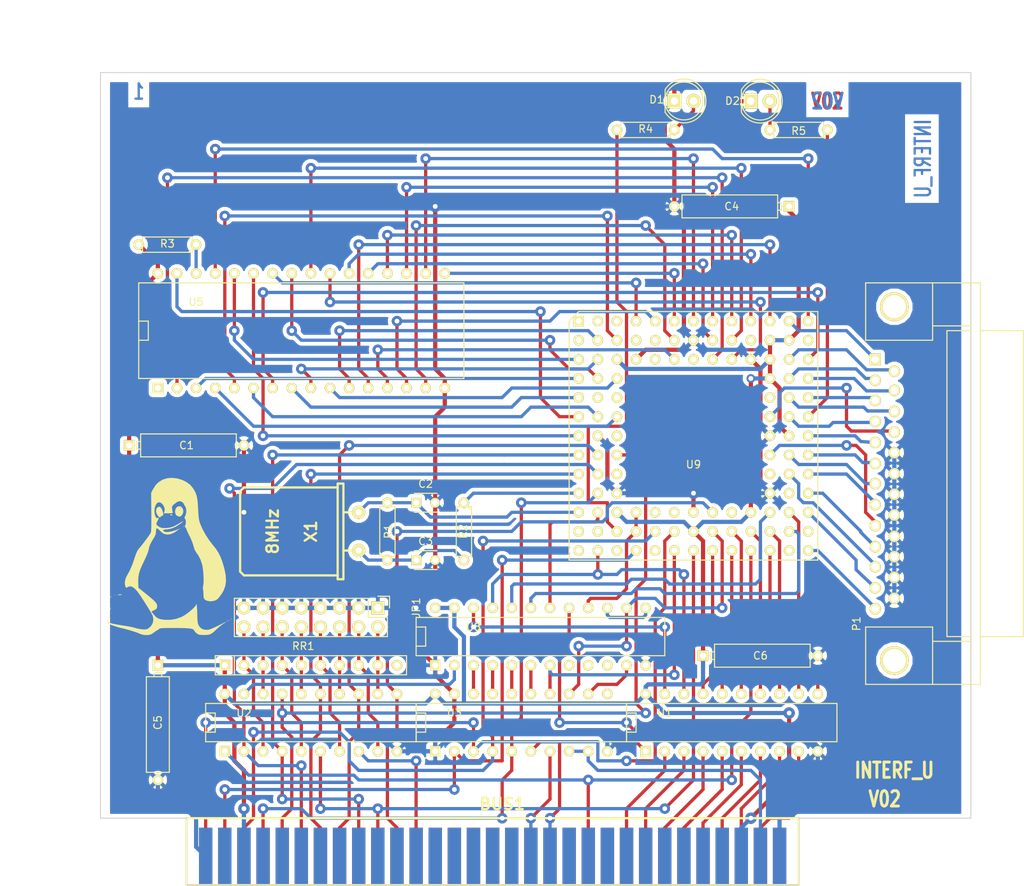
<source format=kicad_pcb>
(kicad_pcb (version 4) (host pcbnew "(2016-01-28 BZR 6518)-product")
  (title_block (title Demo) (rev 2.C) (company Kicad))
  (layers (0 Composant signal) (31 Cuivre signal) (34 B.Paste user) (35 F.Paste user) (36 B.SilkS user) (37 F.SilkS user) (38 B.Mask user) (39 F.Mask user) (44 Edge.Cuts user))
  (net 0 "")
  (net 1 /8MH-OUT)
  (net 2 /ACK)
  (net 3 /AUTOFD-)
  (net 4 /BIT0)
  (net 5 /BIT1)
  (net 6 /BIT2)
  (net 7 /BIT3)
  (net 8 /BIT4)
  (net 9 /BIT5)
  (net 10 /BIT6)
  (net 11 /BIT7)
  (net 12 /BUST+)
  (net 13 /CLKLCA)
  (net 14 /CS1-)
  (net 15 /D0)
  (net 16 /D1)
  (net 17 /D2)
  (net 18 /D3)
  (net 19 /D4)
  (net 20 /D5)
  (net 21 /D6)
  (net 22 /D7)
  (net 23 /DIR)
  (net 24 /DONE)
  (net 25 /ENBBUF)
  (net 26 /ERROR-)
  (net 27 /INIT-)
  (net 28 /LED1)
  (net 29 /LED2)
  (net 30 /MA0)
  (net 31 /MA1)
  (net 32 /MA10)
  (net 33 /MA11)
  (net 34 /MA12)
  (net 35 /MA13)
  (net 36 /MA14)
  (net 37 /MA15)
  (net 38 /MA16)
  (net 39 /MA2)
  (net 40 /MA3)
  (net 41 /MA4)
  (net 42 /MA5)
  (net 43 /MA6)
  (net 44 /MA7)
  (net 45 /MA8)
  (net 46 /MA9)
  (net 47 /MATCHL)
  (net 48 /MD0)
  (net 49 /MD1)
  (net 50 /MD2)
  (net 51 /MD3)
  (net 52 /MD4)
  (net 53 /MD5)
  (net 54 /MD6)
  (net 55 /MD7)
  (net 56 /OE-)
  (net 57 /PC-A0)
  (net 58 /PC-A1)
  (net 59 /PC-A10)
  (net 60 /PC-A11)
  (net 61 /PC-A2)
  (net 62 /PC-A3)
  (net 63 /PC-A4)
  (net 64 /PC-A5)
  (net 65 /PC-A6)
  (net 66 /PC-A7)
  (net 67 /PC-A8)
  (net 68 /PC-A9)
  (net 69 /PC-AEN)
  (net 70 /PC-DB0)
  (net 71 /PC-DB1)
  (net 72 /PC-DB2)
  (net 73 /PC-DB3)
  (net 74 /PC-DB4)
  (net 75 /PC-DB5)
  (net 76 /PC-DB6)
  (net 77 /PC-DB7)
  (net 78 /PC-IOR)
  (net 79 /PC-IOW)
  (net 80 /PC-RD)
  (net 81 /PC-RST)
  (net 82 /PC-WR)
  (net 83 /PE+)
  (net 84 /PROG-)
  (net 85 /REF10)
  (net 86 /REF11)
  (net 87 /REF4)
  (net 88 /REF5)
  (net 89 /REF6)
  (net 90 /REF7)
  (net 91 /REF8)
  (net 92 /REF9)
  (net 93 /RSTL)
  (net 94 /SEL_LPT)
  (net 95 /SLCT+)
  (net 96 /SLCTIN-)
  (net 97 /STROBE)
  (net 98 /WR-)
  (net 99 /WR_REG)
  (net 100 GND)
  (net 101 VCC)
  (net 102 "Net-(C2-Pad1)")
  (net 103 "Net-(C3-Pad1)")
  (net 104 "Net-(R3-Pad1)")
  (net 105 "Net-(U3-Pad15)")
  (net 106 "Net-(U3-Pad16)")
  (net 107 "Net-(U3-Pad17)")
  (net 108 "Net-(U3-Pad18)")
  (net 109 "Net-(BUS1-Pad4)")
  (net 110 "Net-(BUS1-Pad5)")
  (net 111 "Net-(BUS1-Pad6)")
  (net 112 "Net-(BUS1-Pad7)")
  (net 113 "Net-(BUS1-Pad8)")
  (net 114 "Net-(BUS1-Pad9)")
  (net 115 "Net-(BUS1-Pad10)")
  (net 116 "Net-(BUS1-Pad11)")
  (net 117 "Net-(BUS1-Pad12)")
  (net 118 "Net-(BUS1-Pad15)")
  (net 119 "Net-(BUS1-Pad16)")
  (net 120 "Net-(BUS1-Pad17)")
  (net 121 "Net-(BUS1-Pad18)")
  (net 122 "Net-(BUS1-Pad19)")
  (net 123 "Net-(BUS1-Pad20)")
  (net 124 "Net-(BUS1-Pad21)")
  (net 125 "Net-(BUS1-Pad22)")
  (net 126 "Net-(BUS1-Pad23)")
  (net 127 "Net-(BUS1-Pad24)")
  (net 128 "Net-(BUS1-Pad25)")
  (net 129 "Net-(BUS1-Pad26)")
  (net 130 "Net-(BUS1-Pad27)")
  (net 131 "Net-(BUS1-Pad28)")
  (net 132 "Net-(BUS1-Pad30)")
  (net 133 "Net-(BUS1-Pad32)")
  (net 134 "Net-(BUS1-Pad41)")
  (net 135 "Net-(BUS1-Pad43)")
  (net 136 "Net-(BUS1-Pad44)")
  (net 137 "Net-(BUS1-Pad45)")
  (net 138 "Net-(BUS1-Pad46)")
  (net 139 "Net-(BUS1-Pad47)")
  (net 140 "Net-(BUS1-Pad48)")
  (net 141 "Net-(BUS1-Pad49)")
  (net 142 "Net-(BUS1-Pad50)")
  (net 143 "Net-(D1-Pad2)")
  (net 144 "Net-(D2-Pad2)")
  (net 145 "Net-(RR1-Pad10)")
  (net 146 "Net-(U3-Pad11)")
  (net 147 "Net-(U8-Pad8)")
  (net 148 "Net-(U8-Pad9)")
  (net 149 "Net-(U8-Pad10)")
  (net 150 "Net-(U9-PadN1)")
  (net 151 "Net-(U9-PadN3)")
  (net 152 "Net-(U9-PadM1)")
  (net 153 "Net-(U9-PadM2)")
  (net 154 "Net-(U9-PadJ3)")
  (net 155 "Net-(U9-PadE2)")
  (net 156 "Net-(U9-PadE3)")
  (net 157 "Net-(U9-PadC5)")
  (net 158 "Net-(U9-PadB1)")
  (net 159 "Net-(U9-PadB4)")
  (net 160 "Net-(U9-PadB5)")
  (net 161 "Net-(U9-PadB10)")
  (net 162 "Net-(U9-PadB13)")
  (net 163 "Net-(U9-PadA1)")
  (net 164 "Net-(U9-PadA2)")
  (net 165 "Net-(U9-PadA3)")
  (net 166 "Net-(U9-PadN5)")
  (net 167 "Net-(U9-PadN12)")
  (net 168 "Net-(U9-PadL5)")
  (net 169 "Net-(U9-PadL6)")
  (net 170 "Net-(U9-PadL9)")
  (net 171 "Net-(U9-PadK12)")
  (net 172 "Net-(U9-PadJ11)")
  (net 173 "Net-(U9-PadE11)")
  (module LOGO (layer Composant) (at 89.027 98.552)
    (fp_text reference G*** hide)
    (fp_text value LOGO hide)
  )
  (module Capacitors_ThroughHole:C_Disc_D3_P2.5 (layer Composant) (at 121.305 91.44)
    (fp_text reference C2 (at 1.25 -2.5) (layer F.SilkS))
    (fp_text value 47pF hide)
    (pad 1 thru_hole rect (at 0 0) (size 1.3 1.3) (drill 0.8) (layers *.Cu *.Mask F.SilkS) (net 102 "Net-(C2-Pad1)"))
    (pad 2 thru_hole circle (at 2.5 0) (size 1.3 1.3) (drill 0.8001) (layers *.Cu *.Mask F.SilkS) (net 100 GND))
  )
  (module HC-18UH (layer Composant) (at 113.665 95.25 270)
    (fp_text reference X1 (at 0 6.35 270) (layer F.SilkS) (effects (font (thickness 0.3048))))
    (fp_text value 8MHz (at 0 11.43 270) (layer F.SilkS) (effects (font (thickness 0.3048))))
    (pad 1 thru_hole circle (at -2.54 0 270) (size 1.778 1.778) (drill 0.812799) (layers *.Cu *.Mask F.SilkS) (net 102 "Net-(C2-Pad1)"))
    (pad 2 thru_hole circle (at 2.54 0 270) (size 1.778 1.778) (drill 0.812799) (layers *.Cu *.Mask F.SilkS) (net 103 "Net-(C3-Pad1)"))
  )
  (module BUS_PC (layer Composant) (at 131.445 138.43)
    (fp_text reference BUS1 (at 1.27 -6.985) (layer F.SilkS) (effects (font (thickness 0.3048))))
    (fp_text value BUSPC hide)
    (pad 1 connect rect (at 38.1 0) (size 1.778 7.62) (layers Cuivre B.Mask) (net 100 GND))
    (pad 2 connect rect (at 35.56 0) (size 1.778 7.62) (layers Cuivre B.Mask) (net 81 /PC-RST))
    (pad 3 connect rect (at 33.02 0) (size 1.778 7.62) (layers Cuivre B.Mask) (net 101 VCC))
    (pad 4 connect rect (at 30.48 0) (size 1.778 7.62) (layers Cuivre B.Mask) (net 109 "Net-(BUS1-Pad4)"))
    (pad 5 connect rect (at 27.94 0) (size 1.778 7.62) (layers Cuivre B.Mask) (net 110 "Net-(BUS1-Pad5)"))
    (pad 6 connect rect (at 25.4 0) (size 1.778 7.62) (layers Cuivre B.Mask) (net 111 "Net-(BUS1-Pad6)"))
    (pad 7 connect rect (at 22.86 0) (size 1.778 7.62) (layers Cuivre B.Mask) (net 112 "Net-(BUS1-Pad7)"))
    (pad 8 connect rect (at 20.32 0) (size 1.778 7.62) (layers Cuivre B.Mask) (net 113 "Net-(BUS1-Pad8)"))
    (pad 9 connect rect (at 17.78 0) (size 1.778 7.62) (layers Cuivre B.Mask) (net 114 "Net-(BUS1-Pad9)"))
    (pad 10 connect rect (at 15.24 0) (size 1.778 7.62) (layers Cuivre B.Mask) (net 115 "Net-(BUS1-Pad10)"))
    (pad 11 connect rect (at 12.7 0) (size 1.778 7.62) (layers Cuivre B.Mask) (net 116 "Net-(BUS1-Pad11)"))
    (pad 12 connect rect (at 10.16 0) (size 1.778 7.62) (layers Cuivre B.Mask) (net 117 "Net-(BUS1-Pad12)"))
    (pad 13 connect rect (at 7.62 0) (size 1.778 7.62) (layers Cuivre B.Mask) (net 79 /PC-IOW))
    (pad 14 connect rect (at 5.08 0) (size 1.778 7.62) (layers Cuivre B.Mask) (net 78 /PC-IOR))
    (pad 15 connect rect (at 2.54 0) (size 1.778 7.62) (layers Cuivre B.Mask) (net 118 "Net-(BUS1-Pad15)"))
    (pad 16 connect rect (at 0 0) (size 1.778 7.62) (layers Cuivre B.Mask) (net 119 "Net-(BUS1-Pad16)"))
    (pad 17 connect rect (at -2.54 0) (size 1.778 7.62) (layers Cuivre B.Mask) (net 120 "Net-(BUS1-Pad17)"))
    (pad 18 connect rect (at -5.08 0) (size 1.778 7.62) (layers Cuivre B.Mask) (net 121 "Net-(BUS1-Pad18)"))
    (pad 19 connect rect (at -7.62 0) (size 1.778 7.62) (layers Cuivre B.Mask) (net 122 "Net-(BUS1-Pad19)"))
    (pad 20 connect rect (at -10.16 0) (size 1.778 7.62) (layers Cuivre B.Mask) (net 123 "Net-(BUS1-Pad20)"))
    (pad 21 connect rect (at -12.7 0) (size 1.778 7.62) (layers Cuivre B.Mask) (net 124 "Net-(BUS1-Pad21)"))
    (pad 22 connect rect (at -15.24 0) (size 1.778 7.62) (layers Cuivre B.Mask) (net 125 "Net-(BUS1-Pad22)"))
    (pad 23 connect rect (at -17.78 0) (size 1.778 7.62) (layers Cuivre B.Mask) (net 126 "Net-(BUS1-Pad23)"))
    (pad 24 connect rect (at -20.32 0) (size 1.778 7.62) (layers Cuivre B.Mask) (net 127 "Net-(BUS1-Pad24)"))
    (pad 25 connect rect (at -22.86 0) (size 1.778 7.62) (layers Cuivre B.Mask) (net 128 "Net-(BUS1-Pad25)"))
    (pad 26 connect rect (at -25.4 0) (size 1.778 7.62) (layers Cuivre B.Mask) (net 129 "Net-(BUS1-Pad26)"))
    (pad 27 connect rect (at -27.94 0) (size 1.778 7.62) (layers Cuivre B.Mask) (net 130 "Net-(BUS1-Pad27)"))
    (pad 28 connect rect (at -30.48 0) (size 1.778 7.62) (layers Cuivre B.Mask) (net 131 "Net-(BUS1-Pad28)"))
    (pad 29 connect rect (at -33.02 0) (size 1.778 7.62) (layers Cuivre B.Mask) (net 101 VCC))
    (pad 30 connect rect (at -35.56 0) (size 1.778 7.62) (layers Cuivre B.Mask) (net 132 "Net-(BUS1-Pad30)"))
    (pad 31 connect rect (at -38.1 0) (size 1.778 7.62) (layers Cuivre B.Mask) (net 100 GND))
    (pad 32 connect rect (at 38.1 0) (size 1.778 7.62) (layers Composant F.Mask) (net 133 "Net-(BUS1-Pad32)"))
    (pad 33 connect rect (at 35.56 0) (size 1.778 7.62) (layers Composant F.Mask) (net 77 /PC-DB7))
    (pad 34 connect rect (at 33.02 0) (size 1.778 7.62) (layers Composant F.Mask) (net 76 /PC-DB6))
    (pad 35 connect rect (at 30.48 0) (size 1.778 7.62) (layers Composant F.Mask) (net 75 /PC-DB5))
    (pad 36 connect rect (at 27.94 0) (size 1.778 7.62) (layers Composant F.Mask) (net 74 /PC-DB4))
    (pad 37 connect rect (at 25.4 0) (size 1.778 7.62) (layers Composant F.Mask) (net 73 /PC-DB3))
    (pad 38 connect rect (at 22.86 0) (size 1.778 7.62) (layers Composant F.Mask) (net 72 /PC-DB2))
    (pad 39 connect rect (at 20.32 0) (size 1.778 7.62) (layers Composant F.Mask) (net 71 /PC-DB1))
    (pad 40 connect rect (at 17.78 0) (size 1.778 7.62) (layers Composant F.Mask) (net 70 /PC-DB0))
    (pad 41 connect rect (at 15.24 0) (size 1.778 7.62) (layers Composant F.Mask) (net 134 "Net-(BUS1-Pad41)"))
    (pad 42 connect rect (at 12.7 0) (size 1.778 7.62) (layers Composant F.Mask) (net 69 /PC-AEN))
    (pad 43 connect rect (at 10.16 0) (size 1.778 7.62) (layers Composant F.Mask) (net 135 "Net-(BUS1-Pad43)"))
    (pad 44 connect rect (at 7.62 0) (size 1.778 7.62) (layers Composant F.Mask) (net 136 "Net-(BUS1-Pad44)"))
    (pad 45 connect rect (at 5.08 0) (size 1.778 7.62) (layers Composant F.Mask) (net 137 "Net-(BUS1-Pad45)"))
    (pad 46 connect rect (at 2.54 0) (size 1.778 7.62) (layers Composant F.Mask) (net 138 "Net-(BUS1-Pad46)"))
    (pad 47 connect rect (at 0 0) (size 1.778 7.62) (layers Composant F.Mask) (net 139 "Net-(BUS1-Pad47)"))
    (pad 48 connect rect (at -2.54 0) (size 1.778 7.62) (layers Composant F.Mask) (net 140 "Net-(BUS1-Pad48)"))
    (pad 49 connect rect (at -5.08 0) (size 1.778 7.62) (layers Composant F.Mask) (net 141 "Net-(BUS1-Pad49)"))
    (pad 50 connect rect (at -7.62 0) (size 1.778 7.62) (layers Composant F.Mask) (net 142 "Net-(BUS1-Pad50)"))
    (pad 51 connect rect (at -10.16 0) (size 1.778 7.62) (layers Composant F.Mask) (net 60 /PC-A11))
    (pad 52 connect rect (at -12.7 0) (size 1.778 7.62) (layers Composant F.Mask) (net 59 /PC-A10))
    (pad 53 connect rect (at -15.24 0) (size 1.778 7.62) (layers Composant F.Mask) (net 68 /PC-A9))
    (pad 54 connect rect (at -17.78 0) (size 1.778 7.62) (layers Composant F.Mask) (net 67 /PC-A8))
    (pad 55 connect rect (at -20.32 0) (size 1.778 7.62) (layers Composant F.Mask) (net 66 /PC-A7))
    (pad 56 connect rect (at -22.86 0) (size 1.778 7.62) (layers Composant F.Mask) (net 65 /PC-A6))
    (pad 57 connect rect (at -25.4 0) (size 1.778 7.62) (layers Composant F.Mask) (net 64 /PC-A5))
    (pad 58 connect rect (at -27.94 0) (size 1.778 7.62) (layers Composant F.Mask) (net 63 /PC-A4))
    (pad 59 connect rect (at -30.48 0) (size 1.778 7.62) (layers Composant F.Mask) (net 62 /PC-A3))
    (pad 60 connect rect (at -33.02 0) (size 1.778 7.62) (layers Composant F.Mask) (net 61 /PC-A2))
    (pad 61 connect rect (at -35.56 0) (size 1.778 7.62) (layers Composant F.Mask) (net 58 /PC-A1))
    (pad 62 connect rect (at -38.1 0) (size 1.778 7.62) (layers Composant F.Mask) (net 57 /PC-A0))
  )
  (module Sockets_DIP:DIP-32__600 (layer Composant) (at 106.045 68.58)
    (fp_text reference U5 (at -13.97 -3.81) (layer F.SilkS))
    (fp_text value 628128 hide)
    (pad 1 thru_hole rect (at -19.05 7.62) (size 1.397 1.397) (drill 0.8128) (layers *.Cu *.Mask F.SilkS))
    (pad 2 thru_hole circle (at -16.51 7.62) (size 1.397 1.397) (drill 0.8128) (layers *.Cu *.Mask F.SilkS) (net 38 /MA16))
    (pad 3 thru_hole circle (at -13.97 7.62) (size 1.397 1.397) (drill 0.8128) (layers *.Cu *.Mask F.SilkS) (net 36 /MA14))
    (pad 4 thru_hole circle (at -11.43 7.62) (size 1.397 1.397) (drill 0.8128) (layers *.Cu *.Mask F.SilkS) (net 34 /MA12))
    (pad 5 thru_hole circle (at -8.89 7.62) (size 1.397 1.397) (drill 0.8128) (layers *.Cu *.Mask F.SilkS) (net 44 /MA7))
    (pad 6 thru_hole circle (at -6.35 7.62) (size 1.397 1.397) (drill 0.8128) (layers *.Cu *.Mask F.SilkS) (net 43 /MA6))
    (pad 7 thru_hole circle (at -3.81 7.62) (size 1.397 1.397) (drill 0.8128) (layers *.Cu *.Mask F.SilkS) (net 42 /MA5))
    (pad 8 thru_hole circle (at -1.27 7.62) (size 1.397 1.397) (drill 0.8128) (layers *.Cu *.Mask F.SilkS) (net 41 /MA4))
    (pad 9 thru_hole circle (at 1.27 7.62) (size 1.397 1.397) (drill 0.8128) (layers *.Cu *.Mask F.SilkS) (net 40 /MA3))
    (pad 10 thru_hole circle (at 3.81 7.62) (size 1.397 1.397) (drill 0.8128) (layers *.Cu *.Mask F.SilkS) (net 39 /MA2))
    (pad 11 thru_hole circle (at 6.35 7.62) (size 1.397 1.397) (drill 0.8128) (layers *.Cu *.Mask F.SilkS) (net 31 /MA1))
    (pad 12 thru_hole circle (at 8.89 7.62) (size 1.397 1.397) (drill 0.8128) (layers *.Cu *.Mask F.SilkS) (net 30 /MA0))
    (pad 13 thru_hole circle (at 11.43 7.62) (size 1.397 1.397) (drill 0.8128) (layers *.Cu *.Mask F.SilkS) (net 48 /MD0))
    (pad 14 thru_hole circle (at 13.97 7.62) (size 1.397 1.397) (drill 0.8128) (layers *.Cu *.Mask F.SilkS) (net 49 /MD1))
    (pad 15 thru_hole circle (at 16.51 7.62) (size 1.397 1.397) (drill 0.8128) (layers *.Cu *.Mask F.SilkS) (net 50 /MD2))
    (pad 16 thru_hole circle (at 19.05 7.62) (size 1.397 1.397) (drill 0.8128) (layers *.Cu *.Mask F.SilkS) (net 100 GND))
    (pad 17 thru_hole circle (at 19.05 -7.62) (size 1.397 1.397) (drill 0.8128) (layers *.Cu *.Mask F.SilkS) (net 51 /MD3))
    (pad 18 thru_hole circle (at 16.51 -7.62) (size 1.397 1.397) (drill 0.8128) (layers *.Cu *.Mask F.SilkS) (net 52 /MD4))
    (pad 19 thru_hole circle (at 13.97 -7.62) (size 1.397 1.397) (drill 0.8128) (layers *.Cu *.Mask F.SilkS) (net 53 /MD5))
    (pad 20 thru_hole circle (at 11.43 -7.62) (size 1.397 1.397) (drill 0.8128) (layers *.Cu *.Mask F.SilkS) (net 54 /MD6))
    (pad 21 thru_hole circle (at 8.89 -7.62) (size 1.397 1.397) (drill 0.8128) (layers *.Cu *.Mask F.SilkS) (net 55 /MD7))
    (pad 22 thru_hole circle (at 6.35 -7.62) (size 1.397 1.397) (drill 0.8128) (layers *.Cu *.Mask F.SilkS) (net 14 /CS1-))
    (pad 23 thru_hole circle (at 3.81 -7.62) (size 1.397 1.397) (drill 0.8128) (layers *.Cu *.Mask F.SilkS) (net 32 /MA10))
    (pad 24 thru_hole circle (at 1.27 -7.62) (size 1.397 1.397) (drill 0.8128) (layers *.Cu *.Mask F.SilkS) (net 56 /OE-))
    (pad 25 thru_hole circle (at -1.27 -7.62) (size 1.397 1.397) (drill 0.8128) (layers *.Cu *.Mask F.SilkS) (net 33 /MA11))
    (pad 26 thru_hole circle (at -3.81 -7.62) (size 1.397 1.397) (drill 0.8128) (layers *.Cu *.Mask F.SilkS) (net 46 /MA9))
    (pad 27 thru_hole circle (at -6.35 -7.62) (size 1.397 1.397) (drill 0.8128) (layers *.Cu *.Mask F.SilkS) (net 45 /MA8))
    (pad 28 thru_hole circle (at -8.89 -7.62) (size 1.397 1.397) (drill 0.8128) (layers *.Cu *.Mask F.SilkS) (net 35 /MA13))
    (pad 29 thru_hole circle (at -11.43 -7.62) (size 1.397 1.397) (drill 0.8128) (layers *.Cu *.Mask F.SilkS) (net 98 /WR-))
    (pad 30 thru_hole circle (at -13.97 -7.62) (size 1.397 1.397) (drill 0.8128) (layers *.Cu *.Mask F.SilkS) (net 104 "Net-(R3-Pad1)"))
    (pad 31 thru_hole circle (at -16.51 -7.62) (size 1.397 1.397) (drill 0.8128) (layers *.Cu *.Mask F.SilkS) (net 37 /MA15))
    (pad 32 thru_hole circle (at -19.05 -7.62) (size 1.397 1.397) (drill 0.8128) (layers *.Cu *.Mask F.SilkS) (net 101 VCC))
  )
  (module Connect:DB25FC (layer Composant) (at 183.515 88.9 270)
    (fp_text reference P1 (at 18.61 3.745 270) (layer F.SilkS))
    (fp_text value DB25FEMELLE hide)
    (pad "" thru_hole circle (at 23.495 -1.27 270) (size 3.81 3.81) (drill 3.048) (layers *.Cu *.Mask F.SilkS))
    (pad "" thru_hole circle (at -23.495 -1.27 270) (size 3.81 3.81) (drill 3.048) (layers *.Cu *.Mask F.SilkS))
    (pad 1 thru_hole rect (at -16.51 1.27 270) (size 1.524 1.524) (drill 1.016) (layers *.Cu *.Mask F.SilkS) (net 97 /STROBE))
    (pad 2 thru_hole circle (at -13.716 1.27 270) (size 1.524 1.524) (drill 1.016) (layers *.Cu *.Mask F.SilkS) (net 4 /BIT0))
    (pad 3 thru_hole circle (at -11.049 1.27 270) (size 1.524 1.524) (drill 1.016) (layers *.Cu *.Mask F.SilkS) (net 5 /BIT1))
    (pad 4 thru_hole circle (at -8.255 1.27 270) (size 1.524 1.524) (drill 1.016) (layers *.Cu *.Mask F.SilkS) (net 6 /BIT2))
    (pad 5 thru_hole circle (at -5.461 1.27 270) (size 1.524 1.524) (drill 1.016) (layers *.Cu *.Mask F.SilkS) (net 7 /BIT3))
    (pad 6 thru_hole circle (at -2.667 1.27 270) (size 1.524 1.524) (drill 1.016) (layers *.Cu *.Mask F.SilkS) (net 8 /BIT4))
    (pad 7 thru_hole circle (at 0 1.27 270) (size 1.524 1.524) (drill 1.016) (layers *.Cu *.Mask F.SilkS) (net 9 /BIT5))
    (pad 8 thru_hole circle (at 2.794 1.27 270) (size 1.524 1.524) (drill 1.016) (layers *.Cu *.Mask F.SilkS) (net 10 /BIT6))
    (pad 9 thru_hole circle (at 5.588 1.27 270) (size 1.524 1.524) (drill 1.016) (layers *.Cu *.Mask F.SilkS) (net 11 /BIT7))
    (pad 10 thru_hole circle (at 8.382 1.27 270) (size 1.524 1.524) (drill 1.016) (layers *.Cu *.Mask F.SilkS) (net 2 /ACK))
    (pad 11 thru_hole circle (at 11.049 1.27 270) (size 1.524 1.524) (drill 1.016) (layers *.Cu *.Mask F.SilkS) (net 12 /BUST+))
    (pad 12 thru_hole circle (at 13.843 1.27 270) (size 1.524 1.524) (drill 1.016) (layers *.Cu *.Mask F.SilkS) (net 83 /PE+))
    (pad 13 thru_hole circle (at 16.637 1.27 270) (size 1.524 1.524) (drill 1.016) (layers *.Cu *.Mask F.SilkS) (net 95 /SLCT+))
    (pad 14 thru_hole circle (at -14.9352 -1.27 270) (size 1.524 1.524) (drill 1.016) (layers *.Cu *.Mask F.SilkS) (net 3 /AUTOFD-))
    (pad 15 thru_hole circle (at -12.3952 -1.27 270) (size 1.524 1.524) (drill 1.016) (layers *.Cu *.Mask F.SilkS) (net 26 /ERROR-))
    (pad 16 thru_hole circle (at -9.6012 -1.27 270) (size 1.524 1.524) (drill 1.016) (layers *.Cu *.Mask F.SilkS) (net 27 /INIT-))
    (pad 17 thru_hole circle (at -6.858 -1.27 270) (size 1.524 1.524) (drill 1.016) (layers *.Cu *.Mask F.SilkS) (net 96 /SLCTIN-))
    (pad 18 thru_hole circle (at -4.1148 -1.27 270) (size 1.524 1.524) (drill 1.016) (layers *.Cu *.Mask F.SilkS) (net 100 GND))
    (pad 19 thru_hole circle (at -1.3208 -1.27 270) (size 1.524 1.524) (drill 1.016) (layers *.Cu *.Mask F.SilkS) (net 100 GND))
    (pad 20 thru_hole circle (at 1.4224 -1.27 270) (size 1.524 1.524) (drill 1.016) (layers *.Cu *.Mask F.SilkS) (net 100 GND))
    (pad 21 thru_hole circle (at 4.1656 -1.27 270) (size 1.524 1.524) (drill 1.016) (layers *.Cu *.Mask F.SilkS) (net 100 GND))
    (pad 22 thru_hole circle (at 7.0104 -1.27 270) (size 1.524 1.524) (drill 1.016) (layers *.Cu *.Mask F.SilkS) (net 100 GND))
    (pad 23 thru_hole circle (at 9.7028 -1.27 270) (size 1.524 1.524) (drill 1.016) (layers *.Cu *.Mask F.SilkS) (net 100 GND))
    (pad 24 thru_hole circle (at 12.446 -1.27 270) (size 1.524 1.524) (drill 1.016) (layers *.Cu *.Mask F.SilkS) (net 100 GND))
    (pad 25 thru_hole circle (at 15.24 -1.27 270) (size 1.524 1.524) (drill 1.016) (layers *.Cu *.Mask F.SilkS) (net 100 GND))
  )
  (module Sockets:PGA120 (layer Composant) (at 158.115 82.55 180)
    (fp_text reference U9 (at 0 -3.81 180) (layer F.SilkS))
    (fp_text value 4003APG120 hide)
    (pad N1 thru_hole circle (at 15.24 -15.24 180) (size 1.397 1.397) (drill 0.7874) (layers *.Cu *.Mask F.SilkS) (net 150 "Net-(U9-PadN1)"))
    (pad N2 thru_hole circle (at 12.7 -15.24 180) (size 1.397 1.397) (drill 0.7874) (layers *.Cu *.Mask F.SilkS) (net 15 /D0))
    (pad N3 thru_hole circle (at 10.16 -15.24 180) (size 1.397 1.397) (drill 0.7874) (layers *.Cu *.Mask F.SilkS) (net 151 "Net-(U9-PadN3)"))
    (pad M1 thru_hole circle (at 15.24 -12.7 180) (size 1.397 1.397) (drill 0.7874) (layers *.Cu *.Mask F.SilkS) (net 152 "Net-(U9-PadM1)"))
    (pad M2 thru_hole circle (at 12.7 -12.7 180) (size 1.397 1.397) (drill 0.7874) (layers *.Cu *.Mask F.SilkS) (net 153 "Net-(U9-PadM2)"))
    (pad M3 thru_hole circle (at 10.16 -12.7 180) (size 1.397 1.397) (drill 0.7874) (layers *.Cu *.Mask F.SilkS) (net 28 /LED1))
    (pad L1 thru_hole circle (at 15.24 -10.16 180) (size 1.397 1.397) (drill 0.7874) (layers *.Cu *.Mask F.SilkS) (net 102 "Net-(C2-Pad1)"))
    (pad L2 thru_hole circle (at 12.7 -10.16 180) (size 1.397 1.397) (drill 0.7874) (layers *.Cu *.Mask F.SilkS) (net 94 /SEL_LPT))
    (pad L3 thru_hole circle (at 10.16 -10.16 180) (size 1.397 1.397) (drill 0.7874) (layers *.Cu *.Mask F.SilkS) (net 101 VCC))
    (pad K1 thru_hole circle (at 15.24 -7.62 180) (size 1.397 1.397) (drill 0.7874) (layers *.Cu *.Mask F.SilkS) (net 1 /8MH-OUT))
    (pad K2 thru_hole circle (at 12.7 -7.62 180) (size 1.397 1.397) (drill 0.7874) (layers *.Cu *.Mask F.SilkS) (net 62 /PC-A3))
    (pad K3 thru_hole circle (at 10.16 -7.62 180) (size 1.397 1.397) (drill 0.7874) (layers *.Cu *.Mask F.SilkS) (net 100 GND))
    (pad J1 thru_hole circle (at 15.24 -5.08 180) (size 1.397 1.397) (drill 0.7874) (layers *.Cu *.Mask F.SilkS) (net 65 /PC-A6))
    (pad J2 thru_hole circle (at 12.7 -5.08 180) (size 1.397 1.397) (drill 0.7874) (layers *.Cu *.Mask F.SilkS) (net 64 /PC-A5))
    (pad J3 thru_hole circle (at 10.16 -5.08 180) (size 1.397 1.397) (drill 0.7874) (layers *.Cu *.Mask F.SilkS) (net 154 "Net-(U9-PadJ3)"))
    (pad H1 thru_hole circle (at 15.24 -2.54 180) (size 1.397 1.397) (drill 0.7874) (layers *.Cu *.Mask F.SilkS) (net 67 /PC-A8))
    (pad H2 thru_hole circle (at 12.7 -2.54 180) (size 1.397 1.397) (drill 0.7874) (layers *.Cu *.Mask F.SilkS) (net 66 /PC-A7))
    (pad H3 thru_hole circle (at 10.16 -2.54 180) (size 1.397 1.397) (drill 0.7874) (layers *.Cu *.Mask F.SilkS) (net 63 /PC-A4))
    (pad G1 thru_hole circle (at 15.24 0 180) (size 1.397 1.397) (drill 0.7874) (layers *.Cu *.Mask F.SilkS) (net 45 /MA8))
    (pad G2 thru_hole circle (at 12.7 0 180) (size 1.397 1.397) (drill 0.7874) (layers *.Cu *.Mask F.SilkS) (net 100 GND))
    (pad G3 thru_hole circle (at 10.16 0 180) (size 1.397 1.397) (drill 0.7874) (layers *.Cu *.Mask F.SilkS))
    (pad F1 thru_hole circle (at 15.24 2.54 180) (size 1.397 1.397) (drill 0.7874) (layers *.Cu *.Mask F.SilkS) (net 37 /MA15))
    (pad F2 thru_hole circle (at 12.7 2.54 180) (size 1.397 1.397) (drill 0.7874) (layers *.Cu *.Mask F.SilkS) (net 43 /MA6))
    (pad F3 thru_hole circle (at 10.16 2.54 180) (size 1.397 1.397) (drill 0.7874) (layers *.Cu *.Mask F.SilkS) (net 34 /MA12))
    (pad E1 thru_hole circle (at 15.24 5.08 180) (size 1.397 1.397) (drill 0.7874) (layers *.Cu *.Mask F.SilkS) (net 41 /MA4))
    (pad E2 thru_hole circle (at 12.7 5.08 180) (size 1.397 1.397) (drill 0.7874) (layers *.Cu *.Mask F.SilkS) (net 155 "Net-(U9-PadE2)"))
    (pad E3 thru_hole circle (at 10.16 5.08 180) (size 1.397 1.397) (drill 0.7874) (layers *.Cu *.Mask F.SilkS) (net 156 "Net-(U9-PadE3)"))
    (pad D1 thru_hole circle (at 15.24 7.62 180) (size 1.397 1.397) (drill 0.7874) (layers *.Cu *.Mask F.SilkS) (net 36 /MA14))
    (pad D2 thru_hole circle (at 12.7 7.62 180) (size 1.397 1.397) (drill 0.7874) (layers *.Cu *.Mask F.SilkS) (net 33 /MA11))
    (pad D3 thru_hole circle (at 10.16 7.62 180) (size 1.397 1.397) (drill 0.7874) (layers *.Cu *.Mask F.SilkS) (net 39 /MA2))
    (pad C1 thru_hole circle (at 15.24 10.16 180) (size 1.397 1.397) (drill 0.7874) (layers *.Cu *.Mask F.SilkS) (net 35 /MA13))
    (pad C2 thru_hole circle (at 12.7 10.16 180) (size 1.397 1.397) (drill 0.7874) (layers *.Cu *.Mask F.SilkS) (net 40 /MA3))
    (pad C3 thru_hole circle (at 10.16 10.16 180) (size 1.397 1.397) (drill 0.7874) (layers *.Cu *.Mask F.SilkS) (net 101 VCC))
    (pad C4 thru_hole circle (at 7.62 10.16 180) (size 1.397 1.397) (drill 0.7874) (layers *.Cu *.Mask F.SilkS) (net 100 GND))
    (pad C5 thru_hole circle (at 5.08 10.16 180) (size 1.397 1.397) (drill 0.7874) (layers *.Cu *.Mask F.SilkS) (net 157 "Net-(U9-PadC5)"))
    (pad C6 thru_hole circle (at 2.54 10.16 180) (size 1.397 1.397) (drill 0.7874) (layers *.Cu *.Mask F.SilkS) (net 48 /MD0))
    (pad C7 thru_hole circle (at 0 10.16 180) (size 1.397 1.397) (drill 0.7874) (layers *.Cu *.Mask F.SilkS))
    (pad C8 thru_hole circle (at -2.54 10.16 180) (size 1.397 1.397) (drill 0.7874) (layers *.Cu *.Mask F.SilkS) (net 38 /MA16))
    (pad C9 thru_hole circle (at -5.08 10.16 180) (size 1.397 1.397) (drill 0.7874) (layers *.Cu *.Mask F.SilkS) (net 32 /MA10))
    (pad C10 thru_hole circle (at -7.62 10.16 180) (size 1.397 1.397) (drill 0.7874) (layers *.Cu *.Mask F.SilkS) (net 100 GND))
    (pad C11 thru_hole circle (at -10.16 10.16 180) (size 1.397 1.397) (drill 0.7874) (layers *.Cu *.Mask F.SilkS) (net 101 VCC))
    (pad C12 thru_hole circle (at -12.7 10.16 180) (size 1.397 1.397) (drill 0.7874) (layers *.Cu *.Mask F.SilkS) (net 3 /AUTOFD-))
    (pad C13 thru_hole circle (at -15.24 10.16 180) (size 1.397 1.397) (drill 0.7874) (layers *.Cu *.Mask F.SilkS) (net 42 /MA5))
    (pad B1 thru_hole circle (at 15.24 12.7 180) (size 1.397 1.397) (drill 0.7874) (layers *.Cu *.Mask F.SilkS) (net 158 "Net-(U9-PadB1)"))
    (pad B2 thru_hole circle (at 12.7 12.7 180) (size 1.397 1.397) (drill 0.7874) (layers *.Cu *.Mask F.SilkS) (net 31 /MA1))
    (pad B3 thru_hole circle (at 10.16 12.7 180) (size 1.397 1.397) (drill 0.7874) (layers *.Cu *.Mask F.SilkS) (net 44 /MA7))
    (pad B4 thru_hole circle (at 7.62 12.7 180) (size 1.397 1.397) (drill 0.7874) (layers *.Cu *.Mask F.SilkS) (net 159 "Net-(U9-PadB4)"))
    (pad B5 thru_hole circle (at 5.08 12.7 180) (size 1.397 1.397) (drill 0.7874) (layers *.Cu *.Mask F.SilkS) (net 160 "Net-(U9-PadB5)"))
    (pad B6 thru_hole circle (at 2.54 12.7 180) (size 1.397 1.397) (drill 0.7874) (layers *.Cu *.Mask F.SilkS) (net 50 /MD2))
    (pad B7 thru_hole circle (at 0 12.7 180) (size 1.397 1.397) (drill 0.7874) (layers *.Cu *.Mask F.SilkS) (net 100 GND))
    (pad B8 thru_hole circle (at -2.54 12.7 180) (size 1.397 1.397) (drill 0.7874) (layers *.Cu *.Mask F.SilkS) (net 55 /MD7))
    (pad B9 thru_hole circle (at -5.08 12.7 180) (size 1.397 1.397) (drill 0.7874) (layers *.Cu *.Mask F.SilkS) (net 56 /OE-))
    (pad B10 thru_hole circle (at -7.62 12.7 180) (size 1.397 1.397) (drill 0.7874) (layers *.Cu *.Mask F.SilkS) (net 161 "Net-(U9-PadB10)"))
    (pad B11 thru_hole circle (at -10.16 12.7 180) (size 1.397 1.397) (drill 0.7874) (layers *.Cu *.Mask F.SilkS) (net 101 VCC))
    (pad B12 thru_hole circle (at -12.7 12.7 180) (size 1.397 1.397) (drill 0.7874) (layers *.Cu *.Mask F.SilkS) (net 101 VCC))
    (pad B13 thru_hole circle (at -15.24 12.7 180) (size 1.397 1.397) (drill 0.7874) (layers *.Cu *.Mask F.SilkS) (net 162 "Net-(U9-PadB13)"))
    (pad A1 thru_hole rect (at 15.24 15.24 180) (size 1.397 1.397) (drill 0.7874) (layers *.Cu *.Mask F.SilkS) (net 163 "Net-(U9-PadA1)"))
    (pad A2 thru_hole circle (at 12.7 15.24 180) (size 1.397 1.397) (drill 0.7874) (layers *.Cu *.Mask F.SilkS) (net 164 "Net-(U9-PadA2)"))
    (pad A3 thru_hole circle (at 10.16 15.24 180) (size 1.397 1.397) (drill 0.7874) (layers *.Cu *.Mask F.SilkS) (net 165 "Net-(U9-PadA3)"))
    (pad A4 thru_hole circle (at 7.62 15.24 180) (size 1.397 1.397) (drill 0.7874) (layers *.Cu *.Mask F.SilkS) (net 46 /MA9))
    (pad A5 thru_hole circle (at 5.08 15.24 180) (size 1.397 1.397) (drill 0.7874) (layers *.Cu *.Mask F.SilkS) (net 49 /MD1))
    (pad A6 thru_hole circle (at 2.54 15.24 180) (size 1.397 1.397) (drill 0.7874) (layers *.Cu *.Mask F.SilkS) (net 51 /MD3))
    (pad A7 thru_hole circle (at 0 15.24 180) (size 1.397 1.397) (drill 0.7874) (layers *.Cu *.Mask F.SilkS) (net 52 /MD4))
    (pad A8 thru_hole circle (at -2.54 15.24 180) (size 1.397 1.397) (drill 0.7874) (layers *.Cu *.Mask F.SilkS) (net 53 /MD5))
    (pad A9 thru_hole circle (at -5.08 15.24 180) (size 1.397 1.397) (drill 0.7874) (layers *.Cu *.Mask F.SilkS) (net 54 /MD6))
    (pad A10 thru_hole circle (at -7.62 15.24 180) (size 1.397 1.397) (drill 0.7874) (layers *.Cu *.Mask F.SilkS) (net 14 /CS1-))
    (pad A11 thru_hole circle (at -10.16 15.24 180) (size 1.397 1.397) (drill 0.7874) (layers *.Cu *.Mask F.SilkS) (net 30 /MA0))
    (pad A12 thru_hole circle (at -12.7 15.24 180) (size 1.397 1.397) (drill 0.7874) (layers *.Cu *.Mask F.SilkS) (net 97 /STROBE))
    (pad A13 thru_hole circle (at -15.24 15.24 180) (size 1.397 1.397) (drill 0.7874) (layers *.Cu *.Mask F.SilkS) (net 98 /WR-))
    (pad N4 thru_hole circle (at 7.62 -15.24 180) (size 1.397 1.397) (drill 0.7874) (layers *.Cu *.Mask F.SilkS) (net 58 /PC-A1))
    (pad N5 thru_hole circle (at 5.08 -15.24 180) (size 1.397 1.397) (drill 0.7874) (layers *.Cu *.Mask F.SilkS) (net 166 "Net-(U9-PadN5)"))
    (pad N6 thru_hole circle (at 2.54 -15.24 180) (size 1.397 1.397) (drill 0.7874) (layers *.Cu *.Mask F.SilkS) (net 82 /PC-WR))
    (pad N7 thru_hole circle (at 0 -15.24 180) (size 1.397 1.397) (drill 0.7874) (layers *.Cu *.Mask F.SilkS) (net 68 /PC-A9))
    (pad N8 thru_hole circle (at -2.54 -15.24 180) (size 1.397 1.397) (drill 0.7874) (layers *.Cu *.Mask F.SilkS) (net 16 /D1))
    (pad N9 thru_hole circle (at -5.08 -15.24 180) (size 1.397 1.397) (drill 0.7874) (layers *.Cu *.Mask F.SilkS) (net 17 /D2))
    (pad N10 thru_hole circle (at -7.62 -15.24 180) (size 1.397 1.397) (drill 0.7874) (layers *.Cu *.Mask F.SilkS) (net 69 /PC-AEN))
    (pad N11 thru_hole circle (at -10.16 -15.24 180) (size 1.397 1.397) (drill 0.7874) (layers *.Cu *.Mask F.SilkS) (net 20 /D5))
    (pad N12 thru_hole circle (at -12.7 -15.24 180) (size 1.397 1.397) (drill 0.7874) (layers *.Cu *.Mask F.SilkS) (net 167 "Net-(U9-PadN12)"))
    (pad N13 thru_hole circle (at -15.24 -15.24 180) (size 1.397 1.397) (drill 0.7874) (layers *.Cu *.Mask F.SilkS) (net 95 /SLCT+))
    (pad M4 thru_hole circle (at 7.62 -12.7 180) (size 1.397 1.397) (drill 0.7874) (layers *.Cu *.Mask F.SilkS) (net 13 /CLKLCA))
    (pad M5 thru_hole circle (at 5.08 -12.7 180) (size 1.397 1.397) (drill 0.7874) (layers *.Cu *.Mask F.SilkS) (net 61 /PC-A2))
    (pad M6 thru_hole circle (at 2.54 -12.7 180) (size 1.397 1.397) (drill 0.7874) (layers *.Cu *.Mask F.SilkS) (net 57 /PC-A0))
    (pad M7 thru_hole circle (at 0 -12.7 180) (size 1.397 1.397) (drill 0.7874) (layers *.Cu *.Mask F.SilkS) (net 101 VCC))
    (pad M8 thru_hole circle (at -2.54 -12.7 180) (size 1.397 1.397) (drill 0.7874) (layers *.Cu *.Mask F.SilkS) (net 80 /PC-RD))
    (pad M9 thru_hole circle (at -5.08 -12.7 180) (size 1.397 1.397) (drill 0.7874) (layers *.Cu *.Mask F.SilkS) (net 18 /D3))
    (pad M10 thru_hole circle (at -7.62 -12.7 180) (size 1.397 1.397) (drill 0.7874) (layers *.Cu *.Mask F.SilkS) (net 19 /D4))
    (pad M11 thru_hole circle (at -10.16 -12.7 180) (size 1.397 1.397) (drill 0.7874) (layers *.Cu *.Mask F.SilkS) (net 21 /D6))
    (pad M12 thru_hole circle (at -12.7 -12.7 180) (size 1.397 1.397) (drill 0.7874) (layers *.Cu *.Mask F.SilkS) (net 84 /PROG-))
    (pad M13 thru_hole circle (at -15.24 -12.7 180) (size 1.397 1.397) (drill 0.7874) (layers *.Cu *.Mask F.SilkS))
    (pad L4 thru_hole circle (at 7.62 -10.16 180) (size 1.397 1.397) (drill 0.7874) (layers *.Cu *.Mask F.SilkS) (net 13 /CLKLCA))
    (pad L5 thru_hole circle (at 5.08 -10.16 180) (size 1.397 1.397) (drill 0.7874) (layers *.Cu *.Mask F.SilkS) (net 168 "Net-(U9-PadL5)"))
    (pad L6 thru_hole circle (at 2.54 -10.16 180) (size 1.397 1.397) (drill 0.7874) (layers *.Cu *.Mask F.SilkS) (net 169 "Net-(U9-PadL6)"))
    (pad L7 thru_hole circle (at 0 -10.16 180) (size 1.397 1.397) (drill 0.7874) (layers *.Cu *.Mask F.SilkS) (net 100 GND))
    (pad L8 thru_hole circle (at -2.54 -10.16 180) (size 1.397 1.397) (drill 0.7874) (layers *.Cu *.Mask F.SilkS) (net 59 /PC-A10))
    (pad L9 thru_hole circle (at -5.08 -10.16 180) (size 1.397 1.397) (drill 0.7874) (layers *.Cu *.Mask F.SilkS) (net 170 "Net-(U9-PadL9)"))
    (pad L10 thru_hole circle (at -7.62 -10.16 180) (size 1.397 1.397) (drill 0.7874) (layers *.Cu *.Mask F.SilkS) (net 101 VCC))
    (pad L11 thru_hole circle (at -10.16 -10.16 180) (size 1.397 1.397) (drill 0.7874) (layers *.Cu *.Mask F.SilkS) (net 24 /DONE))
    (pad L12 thru_hole circle (at -12.7 -10.16 180) (size 1.397 1.397) (drill 0.7874) (layers *.Cu *.Mask F.SilkS) (net 22 /D7))
    (pad L13 thru_hole circle (at -15.24 -10.16 180) (size 1.397 1.397) (drill 0.7874) (layers *.Cu *.Mask F.SilkS) (net 83 /PE+))
    (pad K11 thru_hole circle (at -10.16 -7.62 180) (size 1.397 1.397) (drill 0.7874) (layers *.Cu *.Mask F.SilkS) (net 100 GND))
    (pad K12 thru_hole circle (at -12.7 -7.62 180) (size 1.397 1.397) (drill 0.7874) (layers *.Cu *.Mask F.SilkS) (net 171 "Net-(U9-PadK12)"))
    (pad K13 thru_hole circle (at -15.24 -7.62 180) (size 1.397 1.397) (drill 0.7874) (layers *.Cu *.Mask F.SilkS) (net 2 /ACK))
    (pad J11 thru_hole circle (at -10.16 -5.08 180) (size 1.397 1.397) (drill 0.7874) (layers *.Cu *.Mask F.SilkS) (net 172 "Net-(U9-PadJ11)"))
    (pad J12 thru_hole circle (at -12.7 -5.08 180) (size 1.397 1.397) (drill 0.7874) (layers *.Cu *.Mask F.SilkS) (net 12 /BUST+))
    (pad J13 thru_hole circle (at -15.24 -5.08 180) (size 1.397 1.397) (drill 0.7874) (layers *.Cu *.Mask F.SilkS) (net 10 /BIT6))
    (pad H11 thru_hole circle (at -10.16 -2.54 180) (size 1.397 1.397) (drill 0.7874) (layers *.Cu *.Mask F.SilkS) (net 11 /BIT7))
    (pad H12 thru_hole circle (at -12.7 -2.54 180) (size 1.397 1.397) (drill 0.7874) (layers *.Cu *.Mask F.SilkS) (net 9 /BIT5))
    (pad H13 thru_hole circle (at -15.24 -2.54 180) (size 1.397 1.397) (drill 0.7874) (layers *.Cu *.Mask F.SilkS) (net 8 /BIT4))
    (pad G11 thru_hole circle (at -10.16 0 180) (size 1.397 1.397) (drill 0.7874) (layers *.Cu *.Mask F.SilkS) (net 100 GND))
    (pad G12 thru_hole circle (at -12.7 0 180) (size 1.397 1.397) (drill 0.7874) (layers *.Cu *.Mask F.SilkS) (net 101 VCC))
    (pad G13 thru_hole circle (at -15.24 0 180) (size 1.397 1.397) (drill 0.7874) (layers *.Cu *.Mask F.SilkS) (net 7 /BIT3))
    (pad F11 thru_hole circle (at -10.16 2.54 180) (size 1.397 1.397) (drill 0.7874) (layers *.Cu *.Mask F.SilkS) (net 96 /SLCTIN-))
    (pad F12 thru_hole circle (at -12.7 2.54 180) (size 1.397 1.397) (drill 0.7874) (layers *.Cu *.Mask F.SilkS) (net 6 /BIT2))
    (pad F13 thru_hole circle (at -15.24 2.54 180) (size 1.397 1.397) (drill 0.7874) (layers *.Cu *.Mask F.SilkS) (net 29 /LED2))
    (pad E11 thru_hole circle (at -10.16 5.08 180) (size 1.397 1.397) (drill 0.7874) (layers *.Cu *.Mask F.SilkS) (net 173 "Net-(U9-PadE11)"))
    (pad E12 thru_hole circle (at -12.7 5.08 180) (size 1.397 1.397) (drill 0.7874) (layers *.Cu *.Mask F.SilkS) (net 27 /INIT-))
    (pad E13 thru_hole circle (at -15.24 5.08 180) (size 1.397 1.397) (drill 0.7874) (layers *.Cu *.Mask F.SilkS) (net 5 /BIT1))
    (pad D11 thru_hole circle (at -10.16 7.62 180) (size 1.397 1.397) (drill 0.7874) (layers *.Cu *.Mask F.SilkS) (net 101 VCC))
    (pad D12 thru_hole circle (at -12.7 7.62 180) (size 1.397 1.397) (drill 0.7874) (layers *.Cu *.Mask F.SilkS) (net 4 /BIT0))
    (pad D13 thru_hole circle (at -15.24 7.62 180) (size 1.397 1.397) (drill 0.7874) (layers *.Cu *.Mask F.SilkS) (net 26 /ERROR-))
  )
  (module Sockets_DIP:DIP-24__300 (layer Composant) (at 137.795 109.22)
    (fp_text reference U8 (at -8.89 -1.27) (layer F.SilkS))
    (fp_text value EP600 hide)
    (pad 1 thru_hole rect (at -13.97 3.81) (size 1.397 1.397) (drill 0.8128) (layers *.Cu *.Mask F.SilkS) (net 100 GND))
    (pad 2 thru_hole circle (at -11.43 3.81) (size 1.397 1.397) (drill 0.8128) (layers *.Cu *.Mask F.SilkS) (net 47 /MATCHL))
    (pad 3 thru_hole circle (at -8.89 3.81) (size 1.397 1.397) (drill 0.8128) (layers *.Cu *.Mask F.SilkS) (net 108 "Net-(U3-Pad18)"))
    (pad 4 thru_hole circle (at -6.35 3.81) (size 1.397 1.397) (drill 0.8128) (layers *.Cu *.Mask F.SilkS) (net 107 "Net-(U3-Pad17)"))
    (pad 5 thru_hole circle (at -3.81 3.81) (size 1.397 1.397) (drill 0.8128) (layers *.Cu *.Mask F.SilkS) (net 106 "Net-(U3-Pad16)"))
    (pad 6 thru_hole circle (at -1.27 3.81) (size 1.397 1.397) (drill 0.8128) (layers *.Cu *.Mask F.SilkS) (net 105 "Net-(U3-Pad15)"))
    (pad 7 thru_hole circle (at 1.27 3.81) (size 1.397 1.397) (drill 0.8128) (layers *.Cu *.Mask F.SilkS) (net 82 /PC-WR))
    (pad 8 thru_hole circle (at 3.81 3.81) (size 1.397 1.397) (drill 0.8128) (layers *.Cu *.Mask F.SilkS) (net 147 "Net-(U8-Pad8)"))
    (pad 9 thru_hole circle (at 6.35 3.81) (size 1.397 1.397) (drill 0.8128) (layers *.Cu *.Mask F.SilkS) (net 148 "Net-(U8-Pad9)"))
    (pad 10 thru_hole circle (at 8.89 3.81) (size 1.397 1.397) (drill 0.8128) (layers *.Cu *.Mask F.SilkS) (net 149 "Net-(U8-Pad10)"))
    (pad 11 thru_hole circle (at 11.43 3.81) (size 1.397 1.397) (drill 0.8128) (layers *.Cu *.Mask F.SilkS) (net 93 /RSTL))
    (pad 12 thru_hole circle (at 13.97 3.81) (size 1.397 1.397) (drill 0.8128) (layers *.Cu *.Mask F.SilkS) (net 100 GND))
    (pad 13 thru_hole circle (at 13.97 -3.81) (size 1.397 1.397) (drill 0.8128) (layers *.Cu *.Mask F.SilkS) (net 99 /WR_REG))
    (pad 14 thru_hole circle (at 11.43 -3.81) (size 1.397 1.397) (drill 0.8128) (layers *.Cu *.Mask F.SilkS) (net 80 /PC-RD))
    (pad 15 thru_hole circle (at 8.89 -3.81) (size 1.397 1.397) (drill 0.8128) (layers *.Cu *.Mask F.SilkS) (net 99 /WR_REG))
    (pad 16 thru_hole circle (at 6.35 -3.81) (size 1.397 1.397) (drill 0.8128) (layers *.Cu *.Mask F.SilkS) (net 13 /CLKLCA))
    (pad 17 thru_hole circle (at 3.81 -3.81) (size 1.397 1.397) (drill 0.8128) (layers *.Cu *.Mask F.SilkS) (net 23 /DIR))
    (pad 18 thru_hole circle (at 1.27 -3.81) (size 1.397 1.397) (drill 0.8128) (layers *.Cu *.Mask F.SilkS) (net 94 /SEL_LPT))
    (pad 19 thru_hole circle (at -1.27 -3.81) (size 1.397 1.397) (drill 0.8128) (layers *.Cu *.Mask F.SilkS) (net 84 /PROG-))
    (pad 20 thru_hole circle (at -3.81 -3.81) (size 1.397 1.397) (drill 0.8128) (layers *.Cu *.Mask F.SilkS) (net 24 /DONE))
    (pad 21 thru_hole circle (at -6.35 -3.81) (size 1.397 1.397) (drill 0.8128) (layers *.Cu *.Mask F.SilkS) (net 15 /D0))
    (pad 22 thru_hole circle (at -8.89 -3.81) (size 1.397 1.397) (drill 0.8128) (layers *.Cu *.Mask F.SilkS) (net 25 /ENBBUF))
    (pad 23 thru_hole circle (at -11.43 -3.81) (size 1.397 1.397) (drill 0.8128) (layers *.Cu *.Mask F.SilkS) (net 101 VCC))
    (pad 24 thru_hole circle (at -13.97 -3.81) (size 1.397 1.397) (drill 0.8128) (layers *.Cu *.Mask F.SilkS) (net 101 VCC))
  )
  (module Sockets_DIP:DIP-20__300 (layer Composant) (at 135.255 120.65)
    (fp_text reference U3 (at -8.89 -1.27) (layer F.SilkS))
    (fp_text value 74LS541 hide)
    (pad 1 thru_hole rect (at -11.43 3.81) (size 1.397 1.397) (drill 0.8128) (layers *.Cu *.Mask F.SilkS) (net 100 GND))
    (pad 2 thru_hole circle (at -8.89 3.81) (size 1.397 1.397) (drill 0.8128) (layers *.Cu *.Mask F.SilkS) (net 58 /PC-A1))
    (pad 3 thru_hole circle (at -6.35 3.81) (size 1.397 1.397) (drill 0.8128) (layers *.Cu *.Mask F.SilkS) (net 57 /PC-A0))
    (pad 4 thru_hole circle (at -3.81 3.81) (size 1.397 1.397) (drill 0.8128) (layers *.Cu *.Mask F.SilkS) (net 61 /PC-A2))
    (pad 5 thru_hole circle (at -1.27 3.81) (size 1.397 1.397) (drill 0.8128) (layers *.Cu *.Mask F.SilkS) (net 62 /PC-A3))
    (pad 6 thru_hole circle (at 1.27 3.81) (size 1.397 1.397) (drill 0.8128) (layers *.Cu *.Mask F.SilkS) (net 79 /PC-IOW))
    (pad 7 thru_hole circle (at 3.81 3.81) (size 1.397 1.397) (drill 0.8128) (layers *.Cu *.Mask F.SilkS) (net 78 /PC-IOR))
    (pad 8 thru_hole circle (at 6.35 3.81) (size 1.397 1.397) (drill 0.8128) (layers *.Cu *.Mask F.SilkS) (net 81 /PC-RST))
    (pad 9 thru_hole circle (at 8.89 3.81) (size 1.397 1.397) (drill 0.8128) (layers *.Cu *.Mask F.SilkS) (net 81 /PC-RST))
    (pad 10 thru_hole circle (at 11.43 3.81) (size 1.397 1.397) (drill 0.8128) (layers *.Cu *.Mask F.SilkS) (net 100 GND))
    (pad 11 thru_hole circle (at 11.43 -3.81) (size 1.397 1.397) (drill 0.8128) (layers *.Cu *.Mask F.SilkS) (net 146 "Net-(U3-Pad11)"))
    (pad 12 thru_hole circle (at 8.89 -3.81) (size 1.397 1.397) (drill 0.8128) (layers *.Cu *.Mask F.SilkS) (net 93 /RSTL))
    (pad 13 thru_hole circle (at 6.35 -3.81) (size 1.397 1.397) (drill 0.8128) (layers *.Cu *.Mask F.SilkS) (net 80 /PC-RD))
    (pad 14 thru_hole circle (at 3.81 -3.81) (size 1.397 1.397) (drill 0.8128) (layers *.Cu *.Mask F.SilkS) (net 82 /PC-WR))
    (pad 15 thru_hole circle (at 1.27 -3.81) (size 1.397 1.397) (drill 0.8128) (layers *.Cu *.Mask F.SilkS) (net 105 "Net-(U3-Pad15)"))
    (pad 16 thru_hole circle (at -1.27 -3.81) (size 1.397 1.397) (drill 0.8128) (layers *.Cu *.Mask F.SilkS) (net 106 "Net-(U3-Pad16)"))
    (pad 17 thru_hole circle (at -3.81 -3.81) (size 1.397 1.397) (drill 0.8128) (layers *.Cu *.Mask F.SilkS) (net 107 "Net-(U3-Pad17)"))
    (pad 18 thru_hole circle (at -6.35 -3.81) (size 1.397 1.397) (drill 0.8128) (layers *.Cu *.Mask F.SilkS) (net 108 "Net-(U3-Pad18)"))
    (pad 19 thru_hole circle (at -8.89 -3.81) (size 1.397 1.397) (drill 0.8128) (layers *.Cu *.Mask F.SilkS) (net 100 GND))
    (pad 20 thru_hole circle (at -11.43 -3.81) (size 1.397 1.397) (drill 0.8128) (layers *.Cu *.Mask F.SilkS) (net 101 VCC))
  )
  (module Sockets_DIP:DIP-20__300 (layer Composant) (at 107.315 120.65)
    (fp_text reference U2 (at -8.89 -1.27) (layer F.SilkS))
    (fp_text value 74LS688 hide)
    (pad 1 thru_hole rect (at -11.43 3.81) (size 1.397 1.397) (drill 0.8128) (layers *.Cu *.Mask F.SilkS) (net 69 /PC-AEN))
    (pad 2 thru_hole circle (at -8.89 3.81) (size 1.397 1.397) (drill 0.8128) (layers *.Cu *.Mask F.SilkS) (net 64 /PC-A5))
    (pad 3 thru_hole circle (at -6.35 3.81) (size 1.397 1.397) (drill 0.8128) (layers *.Cu *.Mask F.SilkS) (net 88 /REF5))
    (pad 4 thru_hole circle (at -3.81 3.81) (size 1.397 1.397) (drill 0.8128) (layers *.Cu *.Mask F.SilkS) (net 67 /PC-A8))
    (pad 5 thru_hole circle (at -1.27 3.81) (size 1.397 1.397) (drill 0.8128) (layers *.Cu *.Mask F.SilkS) (net 91 /REF8))
    (pad 6 thru_hole circle (at 1.27 3.81) (size 1.397 1.397) (drill 0.8128) (layers *.Cu *.Mask F.SilkS) (net 68 /PC-A9))
    (pad 7 thru_hole circle (at 3.81 3.81) (size 1.397 1.397) (drill 0.8128) (layers *.Cu *.Mask F.SilkS) (net 92 /REF9))
    (pad 8 thru_hole circle (at 6.35 3.81) (size 1.397 1.397) (drill 0.8128) (layers *.Cu *.Mask F.SilkS) (net 60 /PC-A11))
    (pad 9 thru_hole circle (at 8.89 3.81) (size 1.397 1.397) (drill 0.8128) (layers *.Cu *.Mask F.SilkS) (net 86 /REF11))
    (pad 10 thru_hole circle (at 11.43 3.81) (size 1.397 1.397) (drill 0.8128) (layers *.Cu *.Mask F.SilkS) (net 100 GND))
    (pad 11 thru_hole circle (at 11.43 -3.81) (size 1.397 1.397) (drill 0.8128) (layers *.Cu *.Mask F.SilkS) (net 59 /PC-A10))
    (pad 12 thru_hole circle (at 8.89 -3.81) (size 1.397 1.397) (drill 0.8128) (layers *.Cu *.Mask F.SilkS) (net 85 /REF10))
    (pad 13 thru_hole circle (at 6.35 -3.81) (size 1.397 1.397) (drill 0.8128) (layers *.Cu *.Mask F.SilkS) (net 66 /PC-A7))
    (pad 14 thru_hole circle (at 3.81 -3.81) (size 1.397 1.397) (drill 0.8128) (layers *.Cu *.Mask F.SilkS) (net 90 /REF7))
    (pad 15 thru_hole circle (at 1.27 -3.81) (size 1.397 1.397) (drill 0.8128) (layers *.Cu *.Mask F.SilkS) (net 65 /PC-A6))
    (pad 16 thru_hole circle (at -1.27 -3.81) (size 1.397 1.397) (drill 0.8128) (layers *.Cu *.Mask F.SilkS) (net 89 /REF6))
    (pad 17 thru_hole circle (at -3.81 -3.81) (size 1.397 1.397) (drill 0.8128) (layers *.Cu *.Mask F.SilkS) (net 63 /PC-A4))
    (pad 18 thru_hole circle (at -6.35 -3.81) (size 1.397 1.397) (drill 0.8128) (layers *.Cu *.Mask F.SilkS) (net 87 /REF4))
    (pad 19 thru_hole circle (at -8.89 -3.81) (size 1.397 1.397) (drill 0.8128) (layers *.Cu *.Mask F.SilkS) (net 47 /MATCHL))
    (pad 20 thru_hole circle (at -11.43 -3.81) (size 1.397 1.397) (drill 0.8128) (layers *.Cu *.Mask F.SilkS) (net 101 VCC))
  )
  (module Sockets_DIP:DIP-20__300 (layer Composant) (at 163.195 120.65)
    (fp_text reference U1 (at -8.89 -1.27) (layer F.SilkS))
    (fp_text value 74LS245 hide)
    (pad 1 thru_hole rect (at -11.43 3.81) (size 1.397 1.397) (drill 0.8128) (layers *.Cu *.Mask F.SilkS) (net 23 /DIR))
    (pad 2 thru_hole circle (at -8.89 3.81) (size 1.397 1.397) (drill 0.8128) (layers *.Cu *.Mask F.SilkS) (net 70 /PC-DB0))
    (pad 3 thru_hole circle (at -6.35 3.81) (size 1.397 1.397) (drill 0.8128) (layers *.Cu *.Mask F.SilkS) (net 71 /PC-DB1))
    (pad 4 thru_hole circle (at -3.81 3.81) (size 1.397 1.397) (drill 0.8128) (layers *.Cu *.Mask F.SilkS) (net 72 /PC-DB2))
    (pad 5 thru_hole circle (at -1.27 3.81) (size 1.397 1.397) (drill 0.8128) (layers *.Cu *.Mask F.SilkS) (net 73 /PC-DB3))
    (pad 6 thru_hole circle (at 1.27 3.81) (size 1.397 1.397) (drill 0.8128) (layers *.Cu *.Mask F.SilkS) (net 74 /PC-DB4))
    (pad 7 thru_hole circle (at 3.81 3.81) (size 1.397 1.397) (drill 0.8128) (layers *.Cu *.Mask F.SilkS) (net 75 /PC-DB5))
    (pad 8 thru_hole circle (at 6.35 3.81) (size 1.397 1.397) (drill 0.8128) (layers *.Cu *.Mask F.SilkS) (net 76 /PC-DB6))
    (pad 9 thru_hole circle (at 8.89 3.81) (size 1.397 1.397) (drill 0.8128) (layers *.Cu *.Mask F.SilkS) (net 77 /PC-DB7))
    (pad 10 thru_hole circle (at 11.43 3.81) (size 1.397 1.397) (drill 0.8128) (layers *.Cu *.Mask F.SilkS) (net 100 GND))
    (pad 11 thru_hole circle (at 11.43 -3.81) (size 1.397 1.397) (drill 0.8128) (layers *.Cu *.Mask F.SilkS) (net 22 /D7))
    (pad 12 thru_hole circle (at 8.89 -3.81) (size 1.397 1.397) (drill 0.8128) (layers *.Cu *.Mask F.SilkS) (net 21 /D6))
    (pad 13 thru_hole circle (at 6.35 -3.81) (size 1.397 1.397) (drill 0.8128) (layers *.Cu *.Mask F.SilkS) (net 20 /D5))
    (pad 14 thru_hole circle (at 3.81 -3.81) (size 1.397 1.397) (drill 0.8128) (layers *.Cu *.Mask F.SilkS) (net 19 /D4))
    (pad 15 thru_hole circle (at 1.27 -3.81) (size 1.397 1.397) (drill 0.8128) (layers *.Cu *.Mask F.SilkS) (net 18 /D3))
    (pad 16 thru_hole circle (at -1.27 -3.81) (size 1.397 1.397) (drill 0.8128) (layers *.Cu *.Mask F.SilkS) (net 17 /D2))
    (pad 17 thru_hole circle (at -3.81 -3.81) (size 1.397 1.397) (drill 0.8128) (layers *.Cu *.Mask F.SilkS) (net 16 /D1))
    (pad 18 thru_hole circle (at -6.35 -3.81) (size 1.397 1.397) (drill 0.8128) (layers *.Cu *.Mask F.SilkS) (net 15 /D0))
    (pad 19 thru_hole circle (at -8.89 -3.81) (size 1.397 1.397) (drill 0.8128) (layers *.Cu *.Mask F.SilkS) (net 25 /ENBBUF))
    (pad 20 thru_hole circle (at -11.43 -3.81) (size 1.397 1.397) (drill 0.8128) (layers *.Cu *.Mask F.SilkS) (net 101 VCC))
  )
  (module Discret:CP6 (layer Composant) (at 167.005 111.76)
    (fp_text reference C6 (at 0 0) (layer F.SilkS))
    (fp_text value 47uF hide)
    (pad 1 thru_hole rect (at -7.62 0) (size 1.397 1.397) (drill 0.8128) (layers *.Cu *.Mask F.SilkS) (net 101 VCC))
    (pad 2 thru_hole circle (at 7.62 0) (size 1.397 1.397) (drill 0.8128) (layers *.Cu *.Mask F.SilkS) (net 100 GND))
  )
  (module Discret:CP6 (layer Composant) (at 86.995 120.65 270)
    (fp_text reference C5 (at 0 0 270) (layer F.SilkS))
    (fp_text value 47uF hide)
    (pad 1 thru_hole rect (at -7.62 0 270) (size 1.397 1.397) (drill 0.8128) (layers *.Cu *.Mask F.SilkS) (net 101 VCC))
    (pad 2 thru_hole circle (at 7.62 0 270) (size 1.397 1.397) (drill 0.8128) (layers *.Cu *.Mask F.SilkS) (net 100 GND))
  )
  (module Discret:CP6 (layer Composant) (at 163.195 52.07 180)
    (fp_text reference C4 (at 0 0 180) (layer F.SilkS))
    (fp_text value 47uF hide)
    (pad 1 thru_hole rect (at -7.62 0 180) (size 1.397 1.397) (drill 0.8128) (layers *.Cu *.Mask F.SilkS) (net 101 VCC))
    (pad 2 thru_hole circle (at 7.62 0 180) (size 1.397 1.397) (drill 0.8128) (layers *.Cu *.Mask F.SilkS) (net 100 GND))
  )
  (module Discret:CP6 (layer Composant) (at 90.805 83.82)
    (fp_text reference C1 (at 0 0) (layer F.SilkS))
    (fp_text value 47uF hide)
    (pad 1 thru_hole rect (at -7.62 0) (size 1.397 1.397) (drill 0.8128) (layers *.Cu *.Mask F.SilkS) (net 101 VCC))
    (pad 2 thru_hole circle (at 7.62 0) (size 1.397 1.397) (drill 0.8128) (layers *.Cu *.Mask F.SilkS) (net 100 GND))
  )
  (module Discret:R3 (layer Composant) (at 172.085 41.91)
    (fp_text reference R5 (at 0 0.127) (layer F.SilkS))
    (fp_text value 330 hide)
    (pad 1 thru_hole circle (at -3.81 0) (size 1.397 1.397) (drill 0.8128) (layers *.Cu *.Mask F.SilkS) (net 144 "Net-(D2-Pad2)"))
    (pad 2 thru_hole circle (at 3.81 0) (size 1.397 1.397) (drill 0.8128) (layers *.Cu *.Mask F.SilkS) (net 29 /LED2))
  )
  (module Discret:R3 (layer Composant) (at 151.765 41.91 180)
    (fp_text reference R4 (at 0 0.127 180) (layer F.SilkS))
    (fp_text value 330 hide)
    (pad 1 thru_hole circle (at -3.81 0 180) (size 1.397 1.397) (drill 0.8128) (layers *.Cu *.Mask F.SilkS) (net 143 "Net-(D1-Pad2)"))
    (pad 2 thru_hole circle (at 3.81 0 180) (size 1.397 1.397) (drill 0.8128) (layers *.Cu *.Mask F.SilkS) (net 28 /LED1))
  )
  (module Discret:R3 (layer Composant) (at 88.265 57.15 180)
    (fp_text reference R3 (at 0 0.127 180) (layer F.SilkS))
    (fp_text value 10K)
    (pad 1 thru_hole circle (at -3.81 0 180) (size 1.397 1.397) (drill 0.8128) (layers *.Cu *.Mask F.SilkS) (net 104 "Net-(R3-Pad1)"))
    (pad 2 thru_hole circle (at 3.81 0 180) (size 1.397 1.397) (drill 0.8128) (layers *.Cu *.Mask F.SilkS) (net 101 VCC))
  )
  (module Discret:R3 (layer Composant) (at 127.635 95.25 270)
    (fp_text reference R2 (at 0 0.127 270) (layer F.SilkS))
    (fp_text value 1K hide)
    (pad 1 thru_hole circle (at -3.81 0 270) (size 1.397 1.397) (drill 0.8128) (layers *.Cu *.Mask F.SilkS) (net 1 /8MH-OUT))
    (pad 2 thru_hole circle (at 3.81 0 270) (size 1.397 1.397) (drill 0.8128) (layers *.Cu *.Mask F.SilkS) (net 103 "Net-(C3-Pad1)"))
  )
  (module Discret:R3 (layer Composant) (at 117.475 95.25 90)
    (fp_text reference R1 (at 0 0.127 90) (layer F.SilkS))
    (fp_text value 100K hide)
    (pad 1 thru_hole circle (at -3.81 0 90) (size 1.397 1.397) (drill 0.8128) (layers *.Cu *.Mask F.SilkS) (net 103 "Net-(C3-Pad1)"))
    (pad 2 thru_hole circle (at 3.81 0 90) (size 1.397 1.397) (drill 0.8128) (layers *.Cu *.Mask F.SilkS) (net 102 "Net-(C2-Pad1)"))
  )
  (module Discret:r_pack9 (layer Composant) (at 107.315 113.03)
    (fp_text reference RR1 (at -1.016 -2.54) (layer F.SilkS))
    (fp_text value 9x1K hide)
    (pad 1 thru_hole rect (at -11.43 0) (size 1.397 1.397) (drill 0.8128) (layers *.Cu *.Mask F.SilkS) (net 101 VCC))
    (pad 2 thru_hole circle (at -8.89 0) (size 1.397 1.397) (drill 0.8128) (layers *.Cu *.Mask F.SilkS) (net 88 /REF5))
    (pad 3 thru_hole circle (at -6.35 0) (size 1.397 1.397) (drill 0.8128) (layers *.Cu *.Mask F.SilkS) (net 87 /REF4))
    (pad 4 thru_hole circle (at -3.81 0) (size 1.397 1.397) (drill 0.8128) (layers *.Cu *.Mask F.SilkS) (net 91 /REF8))
    (pad 5 thru_hole circle (at -1.27 0) (size 1.397 1.397) (drill 0.8128) (layers *.Cu *.Mask F.SilkS) (net 89 /REF6))
    (pad 6 thru_hole circle (at 1.27 0) (size 1.397 1.397) (drill 0.8128) (layers *.Cu *.Mask F.SilkS) (net 92 /REF9))
    (pad 7 thru_hole circle (at 3.81 0) (size 1.397 1.397) (drill 0.8128) (layers *.Cu *.Mask F.SilkS) (net 90 /REF7))
    (pad 8 thru_hole circle (at 6.35 0) (size 1.397 1.397) (drill 0.8128) (layers *.Cu *.Mask F.SilkS) (net 86 /REF11))
    (pad 9 thru_hole circle (at 8.89 0) (size 1.397 1.397) (drill 0.8128) (layers *.Cu *.Mask F.SilkS) (net 85 /REF10))
    (pad 10 thru_hole circle (at 11.43 0) (size 1.397 1.397) (drill 0.8128) (layers *.Cu *.Mask F.SilkS) (net 145 "Net-(RR1-Pad10)"))
  )
  (module Capacitors_ThroughHole:C_Disc_D3_P2.5 (layer Composant) (at 121.305 99.06)
    (fp_text reference C3 (at 1.25 -2.5) (layer F.SilkS))
    (fp_text value 47pF hide)
    (pad 1 thru_hole rect (at 0 0) (size 1.3 1.3) (drill 0.8) (layers *.Cu *.Mask F.SilkS) (net 103 "Net-(C3-Pad1)"))
    (pad 2 thru_hole circle (at 2.5 0) (size 1.3 1.3) (drill 0.8001) (layers *.Cu *.Mask F.SilkS) (net 100 GND))
  )
  (module LEDs:LED-5MM (layer Composant) (at 155.58 38.06)
    (fp_text reference D1 (at -2.355 -0.18) (layer F.SilkS))
    (fp_text value LED hide)
    (pad 1 thru_hole rect (at 0 0 90) (size 2 1.9) (drill 1.00076) (layers *.Cu *.Mask F.SilkS) (net 100 GND))
    (pad 2 thru_hole circle (at 2.54 0) (size 1.9 1.9) (drill 1.00076) (layers *.Cu *.Mask F.SilkS) (net 143 "Net-(D1-Pad2)"))
  )
  (module LEDs:LED-5MM (layer Composant) (at 165.71 38.08)
    (fp_text reference D2 (at -2.415 -0.02) (layer F.SilkS))
    (fp_text value LED hide)
    (pad 1 thru_hole rect (at 0 0 90) (size 2 1.9) (drill 1.00076) (layers *.Cu *.Mask F.SilkS) (net 100 GND))
    (pad 2 thru_hole circle (at 2.54 0) (size 1.9 1.9) (drill 1.00076) (layers *.Cu *.Mask F.SilkS) (net 144 "Net-(D2-Pad2)"))
  )
  (module Pin_Headers:Pin_Header_Straight_2x08 (layer Composant) (at 116.205 105.41 270)
    (fp_text reference JP1 (at 0 -5.1 270) (layer F.SilkS))
    (fp_text value CONN_8X2 hide)
    (pad 1 thru_hole rect (at 0 0 270) (size 1.7272 1.7272) (drill 1.016) (layers *.Cu *.Mask F.SilkS) (net 100 GND))
    (pad 2 thru_hole oval (at 2.54 0 270) (size 1.7272 1.7272) (drill 1.016) (layers *.Cu *.Mask F.SilkS) (net 85 /REF10))
    (pad 3 thru_hole oval (at 0 2.54 270) (size 1.7272 1.7272) (drill 1.016) (layers *.Cu *.Mask F.SilkS) (net 100 GND))
    (pad 4 thru_hole oval (at 2.54 2.54 270) (size 1.7272 1.7272) (drill 1.016) (layers *.Cu *.Mask F.SilkS) (net 86 /REF11))
    (pad 5 thru_hole oval (at 0 5.08 270) (size 1.7272 1.7272) (drill 1.016) (layers *.Cu *.Mask F.SilkS) (net 100 GND))
    (pad 6 thru_hole oval (at 2.54 5.08 270) (size 1.7272 1.7272) (drill 1.016) (layers *.Cu *.Mask F.SilkS) (net 90 /REF7))
    (pad 7 thru_hole oval (at 0 7.62 270) (size 1.7272 1.7272) (drill 1.016) (layers *.Cu *.Mask F.SilkS) (net 100 GND))
    (pad 8 thru_hole oval (at 2.54 7.62 270) (size 1.7272 1.7272) (drill 1.016) (layers *.Cu *.Mask F.SilkS) (net 92 /REF9))
    (pad 9 thru_hole oval (at 0 10.16 270) (size 1.7272 1.7272) (drill 1.016) (layers *.Cu *.Mask F.SilkS) (net 100 GND))
    (pad 10 thru_hole oval (at 2.54 10.16 270) (size 1.7272 1.7272) (drill 1.016) (layers *.Cu *.Mask F.SilkS) (net 89 /REF6))
    (pad 11 thru_hole oval (at 0 12.7 270) (size 1.7272 1.7272) (drill 1.016) (layers *.Cu *.Mask F.SilkS) (net 100 GND))
    (pad 12 thru_hole oval (at 2.54 12.7 270) (size 1.7272 1.7272) (drill 1.016) (layers *.Cu *.Mask F.SilkS) (net 91 /REF8))
    (pad 13 thru_hole oval (at 0 15.24 270) (size 1.7272 1.7272) (drill 1.016) (layers *.Cu *.Mask F.SilkS) (net 100 GND))
    (pad 14 thru_hole oval (at 2.54 15.24 270) (size 1.7272 1.7272) (drill 1.016) (layers *.Cu *.Mask F.SilkS) (net 87 /REF4))
    (pad 15 thru_hole oval (at 0 17.78 270) (size 1.7272 1.7272) (drill 1.016) (layers *.Cu *.Mask F.SilkS) (net 100 GND))
    (pad 16 thru_hole oval (at 2.54 17.78 270) (size 1.7272 1.7272) (drill 1.016) (layers *.Cu *.Mask F.SilkS) (net 88 /REF5))
  )
  (gr_text 1 (at 84.455 36.83) (layer Cuivre) (effects (font (size 2.032 1.524) (thickness 0.3048)) (justify mirror)))
  (gr_text 2 (at 81.915 39.37) (layer Composant) (effects (font (size 2.032 1.524) (thickness 0.3048))))
  (gr_text INTERF_U (at 188.595 45.72 90) (layer Cuivre) (effects (font (size 2.032 1.524) (thickness 0.3048)) (justify mirror)))
  (gr_text INTERF_U (at 183.515 45.72 90) (layer Composant) (effects (font (size 2.032 1.524) (thickness 0.3048))))
  (gr_text V02 (at 175.895 38.1) (layer Cuivre) (effects (font (size 2.032 1.524) (thickness 0.381)) (justify mirror)))
  (gr_text V02 (at 175.895 38.1) (layer Composant) (effects (font (size 2.032 1.524) (thickness 0.381))))
  (gr_text INTERF_U (at 184.785 127) (layer F.SilkS) (effects (font (size 2.032 1.524) (thickness 0.381))))
  (gr_text V02 (at 183.515 130.81) (layer F.SilkS) (effects (font (size 2.032 1.524) (thickness 0.381))))
  (gr_line (start 90.805 133.35) (end 90.805 140.97) (layer Edge.Cuts) (width 0.127))
  (gr_line (start 90.805 140.97) (end 90.805 142.24) (layer Edge.Cuts) (width 0.127))
  (gr_line (start 90.805 142.24) (end 172.085 142.24) (layer Edge.Cuts) (width 0.127))
  (gr_line (start 172.085 142.24) (end 172.085 133.35) (layer Edge.Cuts) (width 0.127))
  (gr_line (start 172.085 133.35) (end 194.945 133.35) (layer Edge.Cuts) (width 0.127))
  (gr_line (start 194.945 133.35) (end 194.945 34.29) (layer Edge.Cuts) (width 0.127))
  (gr_line (start 90.805 133.35) (end 79.375 133.35) (layer Edge.Cuts) (width 0.127))
  (gr_line (start 79.375 133.35) (end 79.375 34.29) (layer Edge.Cuts) (width 0.127))
  (gr_line (start 79.375 34.29) (end 194.945 34.29) (layer Edge.Cuts) (width 0.127))
  (segment (start 128.905 90.17) (end 142.875 90.17) (width 0.4318) (layer Cuivre) (net 1))
  (segment (start 127.635 91.44) (end 128.905 90.17) (width 0.4318) (layer Cuivre) (net 1))
  (segment (start 173.355 90.17) (end 175.26 90.17) (width 0.4318) (layer Cuivre) (net 2))
  (segment (start 180.34 95.25) (end 175.26 90.17) (width 0.4318) (layer Cuivre) (net 2))
  (segment (start 182.245 97.282) (end 180.34 95.377) (width 0.4318) (layer Cuivre) (net 2))
  (segment (start 180.34 95.25) (end 180.34 95.377) (width 0.4318) (layer Cuivre) (net 2))
  (segment (start 170.815 72.39) (end 172.085 71.12) (width 0.4318) (layer Cuivre) (net 3))
  (segment (start 178.435 71.12) (end 181.102 73.787) (width 0.4318) (layer Cuivre) (net 3))
  (segment (start 184.785 73.787) (end 184.785 73.9648) (width 0.4318) (layer Cuivre) (net 3))
  (segment (start 181.102 73.787) (end 184.785 73.787) (width 0.4318) (layer Cuivre) (net 3))
  (segment (start 172.085 71.12) (end 178.435 71.12) (width 0.4318) (layer Cuivre) (net 3))
  (segment (start 170.815 74.93) (end 172.085 73.66) (width 0.4318) (layer Cuivre) (net 4))
  (segment (start 172.085 73.66) (end 179.705 73.66) (width 0.4318) (layer Cuivre) (net 4))
  (segment (start 180.975 74.93) (end 182.245 74.93) (width 0.4318) (layer Cuivre) (net 4))
  (segment (start 182.245 74.93) (end 182.245 75.184) (width 0.4318) (layer Cuivre) (net 4))
  (segment (start 179.705 73.66) (end 180.975 74.93) (width 0.4318) (layer Cuivre) (net 4))
  (segment (start 173.355 77.47) (end 182.245 77.47) (width 0.4318) (layer Cuivre) (net 5))
  (segment (start 182.245 77.47) (end 182.245 77.851) (width 0.4318) (layer Cuivre) (net 5))
  (segment (start 176.657 80.772) (end 182.245 80.772) (width 0.4318) (layer Cuivre) (net 6))
  (segment (start 182.245 80.772) (end 182.245 80.645) (width 0.4318) (layer Cuivre) (net 6))
  (segment (start 176.149 81.28) (end 176.657 80.772) (width 0.4318) (layer Cuivre) (net 6))
  (segment (start 172.085 81.28) (end 176.149 81.28) (width 0.4318) (layer Cuivre) (net 6))
  (segment (start 170.815 80.01) (end 172.085 81.28) (width 0.4318) (layer Cuivre) (net 6))
  (segment (start 173.355 82.55) (end 179.578 82.55) (width 0.4318) (layer Cuivre) (net 7))
  (segment (start 180.34 83.312) (end 182.245 83.439) (width 0.4318) (layer Cuivre) (net 7))
  (segment (start 179.578 82.55) (end 180.34 83.312) (width 0.4318) (layer Cuivre) (net 7))
  (segment (start 179.578 85.09) (end 180.594 86.106) (width 0.4318) (layer Cuivre) (net 8))
  (segment (start 173.355 85.09) (end 179.578 85.09) (width 0.4318) (layer Cuivre) (net 8))
  (segment (start 182.245 86.106) (end 182.245 86.233) (width 0.4318) (layer Cuivre) (net 8))
  (segment (start 180.594 86.106) (end 182.245 86.106) (width 0.4318) (layer Cuivre) (net 8))
  (segment (start 172.085 86.36) (end 178.435 86.36) (width 0.4318) (layer Cuivre) (net 9))
  (segment (start 178.435 86.36) (end 180.975 88.9) (width 0.4318) (layer Cuivre) (net 9))
  (segment (start 180.975 88.9) (end 182.245 88.9) (width 0.4318) (layer Cuivre) (net 9))
  (segment (start 170.815 85.09) (end 172.085 86.36) (width 0.4318) (layer Cuivre) (net 9))
  (segment (start 178.435 87.63) (end 182.245 91.44) (width 0.4318) (layer Cuivre) (net 10))
  (segment (start 182.245 91.44) (end 182.245 91.694) (width 0.4318) (layer Cuivre) (net 10))
  (segment (start 173.355 87.63) (end 178.435 87.63) (width 0.4318) (layer Cuivre) (net 10))
  (segment (start 178.435 83.82) (end 179.705 83.82) (width 0.4318) (layer Composant) (net 11))
  (segment (start 180.975 85.09) (end 180.975 92.71) (width 0.4318) (layer Composant) (net 11))
  (segment (start 182.245 93.98) (end 182.245 94.488) (width 0.4318) (layer Composant) (net 11))
  (segment (start 180.975 92.71) (end 182.245 93.98) (width 0.4318) (layer Composant) (net 11))
  (segment (start 179.705 83.82) (end 180.975 85.09) (width 0.4318) (layer Composant) (net 11))
  (via (at 178.435 83.82) (size 1.397) (layers Composant Cuivre) (net 11))
  (segment (start 168.275 85.09) (end 169.545 83.82) (width 0.4318) (layer Cuivre) (net 11))
  (segment (start 169.545 83.82) (end 178.435 83.82) (width 0.4318) (layer Cuivre) (net 11))
  (segment (start 172.085 90.805) (end 172.72 91.44) (width 0.4318) (layer Cuivre) (net 12))
  (segment (start 182.245 99.695) (end 182.245 99.949) (width 0.4318) (layer Cuivre) (net 12))
  (segment (start 172.72 91.44) (end 173.99 91.44) (width 0.4318) (layer Cuivre) (net 12))
  (segment (start 173.99 91.44) (end 182.245 99.695) (width 0.4318) (layer Cuivre) (net 12))
  (segment (start 172.085 88.9) (end 172.085 90.805) (width 0.4318) (layer Cuivre) (net 12))
  (segment (start 170.815 87.63) (end 172.085 88.9) (width 0.4318) (layer Cuivre) (net 12))
  (segment (start 149.225 96.52) (end 149.225 102.87) (width 0.4318) (layer Composant) (net 13))
  (segment (start 144.4625 104.14) (end 144.145 104.4575) (width 0.4318) (layer Composant) (net 13))
  (segment (start 144.145 104.4575) (end 144.145 105.41) (width 0.4318) (layer Composant) (net 13))
  (segment (start 150.495 92.71) (end 150.495 95.25) (width 0.4318) (layer Composant) (net 13))
  (segment (start 149.225 102.87) (end 147.955 104.14) (width 0.4318) (layer Composant) (net 13))
  (segment (start 150.495 95.25) (end 149.225 96.52) (width 0.4318) (layer Composant) (net 13))
  (segment (start 147.955 104.14) (end 144.4625 104.14) (width 0.4318) (layer Composant) (net 13))
  (segment (start 165.735 58.42) (end 113.665 58.42) (width 0.4318) (layer Cuivre) (net 14))
  (segment (start 165.735 67.31) (end 165.735 58.42) (width 0.4318) (layer Composant) (net 14))
  (via (at 165.735 58.42) (size 1.397) (layers Composant Cuivre) (net 14))
  (segment (start 112.395 59.69) (end 112.395 60.96) (width 0.4318) (layer Cuivre) (net 14))
  (segment (start 113.665 58.42) (end 112.395 59.69) (width 0.4318) (layer Cuivre) (net 14))
  (segment (start 131.445 105.41) (end 131.445 102.235) (width 0.4318) (layer Cuivre) (net 15))
  (segment (start 145.415 100.965) (end 145.415 97.79) (width 0.4318) (layer Composant) (net 15))
  (segment (start 156.845 100.965) (end 156.845 116.84) (width 0.4318) (layer Composant) (net 15))
  (segment (start 148.59 100.33) (end 156.21 100.33) (width 0.4318) (layer Cuivre) (net 15))
  (segment (start 131.445 102.235) (end 132.715 100.965) (width 0.4318) (layer Cuivre) (net 15))
  (segment (start 145.415 100.965) (end 147.955 100.965) (width 0.4318) (layer Cuivre) (net 15))
  (segment (start 132.715 100.965) (end 145.415 100.965) (width 0.4318) (layer Cuivre) (net 15))
  (segment (start 156.21 100.33) (end 156.845 100.965) (width 0.4318) (layer Cuivre) (net 15))
  (via (at 156.845 100.965) (size 1.397) (layers Composant Cuivre) (net 15))
  (via (at 145.415 100.965) (size 1.397) (layers Composant Cuivre) (net 15))
  (segment (start 147.955 100.965) (end 148.59 100.33) (width 0.4318) (layer Cuivre) (net 15))
  (segment (start 160.655 106.68) (end 160.655 97.79) (width 0.4318) (layer Composant) (net 16))
  (segment (start 161.29 107.315) (end 160.655 106.68) (width 0.4318) (layer Composant) (net 16))
  (segment (start 161.29 113.665) (end 161.29 107.315) (width 0.4318) (layer Composant) (net 16))
  (segment (start 159.385 116.84) (end 159.385 115.57) (width 0.4318) (layer Composant) (net 16))
  (segment (start 159.385 115.57) (end 161.29 113.665) (width 0.4318) (layer Composant) (net 16))
  (segment (start 163.195 114.3) (end 161.925 115.57) (width 0.4318) (layer Composant) (net 17))
  (segment (start 161.925 115.57) (end 161.925 116.84) (width 0.4318) (layer Composant) (net 17))
  (segment (start 163.195 97.79) (end 163.195 114.3) (width 0.4318) (layer Composant) (net 17))
  (segment (start 164.465 96.52) (end 164.465 116.84) (width 0.4318) (layer Composant) (net 18))
  (segment (start 163.195 95.25) (end 164.465 96.52) (width 0.4318) (layer Composant) (net 18))
  (segment (start 165.735 95.25) (end 167.005 96.52) (width 0.4318) (layer Composant) (net 19))
  (segment (start 167.005 96.52) (end 167.005 116.84) (width 0.4318) (layer Composant) (net 19))
  (segment (start 168.275 112.395) (end 169.545 113.665) (width 0.4318) (layer Composant) (net 20))
  (segment (start 169.545 113.665) (end 169.545 116.84) (width 0.4318) (layer Composant) (net 20))
  (segment (start 168.275 97.79) (end 168.275 112.395) (width 0.4318) (layer Composant) (net 20))
  (segment (start 168.275 95.25) (end 169.545 96.52) (width 0.4318) (layer Composant) (net 21))
  (segment (start 169.545 96.52) (end 169.545 111.76) (width 0.4318) (layer Composant) (net 21))
  (segment (start 172.085 114.3) (end 172.085 116.84) (width 0.4318) (layer Composant) (net 21))
  (segment (start 169.545 111.76) (end 172.085 114.3) (width 0.4318) (layer Composant) (net 21))
  (segment (start 170.815 92.71) (end 172.085 93.98) (width 0.4318) (layer Composant) (net 22))
  (segment (start 172.085 112.395) (end 174.625 114.935) (width 0.4318) (layer Composant) (net 22))
  (segment (start 174.625 114.935) (end 174.625 116.84) (width 0.4318) (layer Composant) (net 22))
  (segment (start 172.085 93.98) (end 172.085 112.395) (width 0.4318) (layer Composant) (net 22))
  (segment (start 150.495 121.92) (end 150.495 123.19) (width 0.4318) (layer Composant) (net 23))
  (segment (start 140.335 120.65) (end 149.225 120.65) (width 0.4318) (layer Cuivre) (net 23))
  (segment (start 150.495 123.19) (end 151.765 124.46) (width 0.4318) (layer Composant) (net 23))
  (via (at 149.225 120.65) (size 1.397) (layers Composant Cuivre) (net 23))
  (via (at 140.335 120.65) (size 1.397) (layers Composant Cuivre) (net 23))
  (segment (start 149.225 120.65) (end 150.495 121.92) (width 0.4318) (layer Composant) (net 23))
  (segment (start 141.605 109.22) (end 140.335 110.49) (width 0.4318) (layer Composant) (net 23))
  (segment (start 141.605 105.41) (end 141.605 109.22) (width 0.4318) (layer Composant) (net 23))
  (segment (start 140.335 110.49) (end 140.335 120.65) (width 0.4318) (layer Composant) (net 23))
  (segment (start 167.005 101.6) (end 167.005 93.98) (width 0.4318) (layer Cuivre) (net 24))
  (segment (start 154.305 101.6) (end 154.94 102.235) (width 0.4318) (layer Cuivre) (net 24))
  (segment (start 166.37 102.235) (end 167.005 101.6) (width 0.4318) (layer Cuivre) (net 24))
  (segment (start 134.3025 102.235) (end 149.225 102.235) (width 0.4318) (layer Cuivre) (net 24))
  (segment (start 133.985 102.5525) (end 134.3025 102.235) (width 0.4318) (layer Cuivre) (net 24))
  (segment (start 133.985 105.41) (end 133.985 102.5525) (width 0.4318) (layer Cuivre) (net 24))
  (segment (start 167.005 93.98) (end 168.275 92.71) (width 0.4318) (layer Cuivre) (net 24))
  (segment (start 149.86 101.6) (end 154.305 101.6) (width 0.4318) (layer Cuivre) (net 24))
  (segment (start 149.225 102.235) (end 149.86 101.6) (width 0.4318) (layer Cuivre) (net 24))
  (segment (start 154.94 102.235) (end 166.37 102.235) (width 0.4318) (layer Cuivre) (net 24))
  (segment (start 128.905 107.95) (end 154.305 107.95) (width 0.4318) (layer Cuivre) (net 25))
  (segment (start 154.305 107.95) (end 154.305 116.84) (width 0.4318) (layer Composant) (net 25))
  (via (at 154.305 107.95) (size 1.397) (layers Composant Cuivre) (net 25))
  (segment (start 128.905 105.41) (end 128.905 107.95) (width 0.4318) (layer Composant) (net 25))
  (via (at 128.905 107.95) (size 1.397) (layers Composant Cuivre) (net 25))
  (segment (start 173.355 74.93) (end 179.451 74.93) (width 0.4318) (layer Cuivre) (net 26))
  (segment (start 181.102 76.581) (end 184.785 76.581) (width 0.4318) (layer Cuivre) (net 26))
  (segment (start 184.785 76.5048) (end 184.785 76.581) (width 0.4318) (layer Cuivre) (net 26))
  (segment (start 179.451 74.93) (end 181.102 76.581) (width 0.4318) (layer Cuivre) (net 26))
  (segment (start 170.815 77.47) (end 172.085 78.74) (width 0.4318) (layer Cuivre) (net 27))
  (segment (start 180.721 78.74) (end 181.229 79.248) (width 0.4318) (layer Cuivre) (net 27))
  (segment (start 184.785 79.248) (end 184.785 79.2988) (width 0.4318) (layer Cuivre) (net 27))
  (segment (start 172.085 78.74) (end 180.721 78.74) (width 0.4318) (layer Cuivre) (net 27))
  (segment (start 181.229 79.248) (end 184.785 79.248) (width 0.4318) (layer Cuivre) (net 27))
  (segment (start 147.955 95.25) (end 146.685 93.98) (width 0.4318) (layer Composant) (net 28))
  (segment (start 149.225 81.28) (end 149.225 66.04) (width 0.4318) (layer Composant) (net 28))
  (segment (start 149.225 66.04) (end 147.955 64.77) (width 0.4318) (layer Composant) (net 28))
  (segment (start 146.685 93.98) (end 146.685 91.44) (width 0.4318) (layer Composant) (net 28))
  (segment (start 147.955 64.77) (end 147.955 41.91) (width 0.4318) (layer Composant) (net 28))
  (segment (start 146.685 91.44) (end 144.145 91.44) (width 0.4318) (layer Composant) (net 28))
  (segment (start 144.145 91.44) (end 144.145 81.28) (width 0.4318) (layer Composant) (net 28))
  (segment (start 144.145 81.28) (end 149.225 81.28) (width 0.4318) (layer Composant) (net 28))
  (segment (start 173.355 80.01) (end 175.895 77.47) (width 0.4318) (layer Composant) (net 29))
  (segment (start 175.895 77.47) (end 175.895 41.91) (width 0.4318) (layer Composant) (net 29))
  (via (at 113.665 57.15) (size 1.397) (layers Composant Cuivre) (net 30))
  (segment (start 114.935 74.93) (end 113.665 73.66) (width 0.4318) (layer Composant) (net 30))
  (segment (start 168.275 67.31) (end 168.275 57.15) (width 0.4318) (layer Composant) (net 30))
  (segment (start 113.665 57.15) (end 113.665 73.66) (width 0.4318) (layer Composant) (net 30))
  (via (at 168.275 57.15) (size 1.397) (layers Composant Cuivre) (net 30))
  (segment (start 114.935 76.2) (end 114.935 74.93) (width 0.4318) (layer Composant) (net 30))
  (segment (start 168.275 57.15) (end 113.665 57.15) (width 0.4318) (layer Cuivre) (net 30))
  (segment (start 145.415 69.85) (end 144.145 68.58) (width 0.4318) (layer Cuivre) (net 31))
  (segment (start 111.125 73.66) (end 111.125 68.58) (width 0.4318) (layer Composant) (net 31))
  (segment (start 144.145 68.58) (end 111.125 68.58) (width 0.4318) (layer Cuivre) (net 31))
  (segment (start 112.395 76.2) (end 112.395 74.93) (width 0.4318) (layer Composant) (net 31))
  (segment (start 112.395 74.93) (end 111.125 73.66) (width 0.4318) (layer Composant) (net 31))
  (via (at 111.125 68.58) (size 1.397) (layers Composant Cuivre) (net 31))
  (segment (start 109.855 64.77) (end 109.855 60.96) (width 0.4318) (layer Composant) (net 32))
  (via (at 167.005 64.77) (size 1.397) (layers Composant Cuivre) (net 32))
  (segment (start 167.005 64.77) (end 109.855 64.77) (width 0.4318) (layer Cuivre) (net 32))
  (segment (start 164.465 71.12) (end 167.005 71.12) (width 0.4318) (layer Composant) (net 32))
  (segment (start 163.195 72.39) (end 164.465 71.12) (width 0.4318) (layer Composant) (net 32))
  (via (at 109.855 64.77) (size 1.397) (layers Composant Cuivre) (net 32))
  (segment (start 167.005 71.12) (end 167.005 64.77) (width 0.4318) (layer Composant) (net 32))
  (segment (start 145.415 74.93) (end 144.145 73.66) (width 0.4318) (layer Composant) (net 33))
  (segment (start 144.145 73.66) (end 141.605 73.66) (width 0.4318) (layer Composant) (net 33))
  (segment (start 104.775 68.58) (end 104.775 60.96) (width 0.4318) (layer Composant) (net 33))
  (segment (start 139.065 69.85) (end 106.045 69.85) (width 0.4318) (layer Cuivre) (net 33))
  (segment (start 106.045 69.85) (end 104.775 68.58) (width 0.4318) (layer Cuivre) (net 33))
  (segment (start 139.065 71.12) (end 139.065 69.85) (width 0.4318) (layer Composant) (net 33))
  (via (at 104.775 68.58) (size 1.397) (layers Composant Cuivre) (net 33))
  (via (at 139.065 69.85) (size 1.397) (layers Composant Cuivre) (net 33))
  (segment (start 141.605 73.66) (end 139.065 71.12) (width 0.4318) (layer Composant) (net 33))
  (segment (start 94.615 76.2) (end 94.615 76.2) (width 0.4318) (layer Cuivre) (net 34))
  (segment (start 146.685 81.28) (end 99.695 81.28) (width 0.4318) (layer Cuivre) (net 34))
  (segment (start 99.695 81.28) (end 94.615 76.2) (width 0.4318) (layer Cuivre) (net 34))
  (segment (start 147.955 80.01) (end 146.685 81.28) (width 0.4318) (layer Cuivre) (net 34))
  (segment (start 142.875 72.39) (end 99.695 72.39) (width 0.4318) (layer Cuivre) (net 35))
  (segment (start 97.155 69.85) (end 97.155 68.58) (width 0.4318) (layer Cuivre) (net 35))
  (segment (start 97.155 68.58) (end 97.155 60.96) (width 0.4318) (layer Composant) (net 35))
  (via (at 97.155 68.58) (size 1.397) (layers Composant Cuivre) (net 35))
  (segment (start 99.695 72.39) (end 97.155 69.85) (width 0.4318) (layer Cuivre) (net 35))
  (segment (start 93.345 74.93) (end 92.075 76.2) (width 0.4318) (layer Cuivre) (net 36))
  (segment (start 142.875 74.93) (end 93.345 74.93) (width 0.4318) (layer Cuivre) (net 36))
  (segment (start 137.795 66.04) (end 137.795 77.47) (width 0.4318) (layer Composant) (net 37))
  (segment (start 90.17 66.04) (end 89.535 65.405) (width 0.4318) (layer Cuivre) (net 37))
  (segment (start 137.795 77.47) (end 140.335 80.01) (width 0.4318) (layer Composant) (net 37))
  (segment (start 140.335 80.01) (end 142.875 80.01) (width 0.4318) (layer Composant) (net 37))
  (segment (start 89.535 60.96) (end 89.535 65.405) (width 0.4318) (layer Cuivre) (net 37))
  (via (at 137.795 66.04) (size 1.397) (layers Composant Cuivre) (net 37))
  (segment (start 137.795 66.04) (end 90.17 66.04) (width 0.4318) (layer Cuivre) (net 37))
  (segment (start 161.925 48.26) (end 88.265 48.26) (width 0.4318) (layer Cuivre) (net 38))
  (segment (start 161.925 48.26) (end 161.925 71.12) (width 0.4318) (layer Composant) (net 38))
  (via (at 88.265 48.26) (size 1.397) (layers Composant Cuivre) (net 38))
  (segment (start 88.265 73.66) (end 89.535 74.93) (width 0.4318) (layer Composant) (net 38))
  (segment (start 88.265 48.26) (end 88.265 73.66) (width 0.4318) (layer Composant) (net 38))
  (via (at 161.925 48.26) (size 1.397) (layers Composant Cuivre) (net 38))
  (segment (start 89.535 74.93) (end 89.535 76.2) (width 0.4318) (layer Composant) (net 38))
  (segment (start 161.925 71.12) (end 160.655 72.39) (width 0.4318) (layer Composant) (net 38))
  (segment (start 146.685 76.2) (end 133.985 76.2) (width 0.4318) (layer Cuivre) (net 39))
  (segment (start 147.955 74.93) (end 146.685 76.2) (width 0.4318) (layer Cuivre) (net 39))
  (segment (start 133.985 76.2) (end 132.715 77.47) (width 0.4318) (layer Cuivre) (net 39))
  (segment (start 132.715 77.47) (end 111.125 77.47) (width 0.4318) (layer Cuivre) (net 39))
  (segment (start 111.125 77.47) (end 109.855 76.2) (width 0.4318) (layer Cuivre) (net 39))
  (segment (start 145.415 72.39) (end 144.145 73.66) (width 0.4318) (layer Cuivre) (net 40))
  (segment (start 107.315 74.93) (end 106.045 73.66) (width 0.4318) (layer Composant) (net 40))
  (via (at 106.045 73.66) (size 1.397) (layers Composant Cuivre) (net 40))
  (segment (start 107.315 76.2) (end 107.315 74.93) (width 0.4318) (layer Composant) (net 40))
  (segment (start 144.145 73.66) (end 106.045 73.66) (width 0.4318) (layer Cuivre) (net 40))
  (segment (start 135.255 77.47) (end 133.985 78.74) (width 0.4318) (layer Cuivre) (net 41))
  (segment (start 142.875 77.47) (end 135.255 77.47) (width 0.4318) (layer Cuivre) (net 41))
  (segment (start 107.315 78.74) (end 104.775 76.2) (width 0.4318) (layer Cuivre) (net 41))
  (segment (start 133.985 78.74) (end 107.315 78.74) (width 0.4318) (layer Cuivre) (net 41))
  (segment (start 174.625 71.12) (end 173.355 72.39) (width 0.4318) (layer Composant) (net 42))
  (segment (start 102.235 76.2) (end 102.235 74.93) (width 0.4318) (layer Composant) (net 42))
  (via (at 100.965 63.5) (size 1.397) (layers Composant Cuivre) (net 42))
  (segment (start 100.965 63.5) (end 174.625 63.5) (width 0.4318) (layer Cuivre) (net 42))
  (segment (start 174.625 63.5) (end 174.625 71.12) (width 0.4318) (layer Composant) (net 42))
  (segment (start 102.235 74.93) (end 100.965 73.66) (width 0.4318) (layer Composant) (net 42))
  (via (at 174.625 63.5) (size 1.397) (layers Composant Cuivre) (net 42))
  (segment (start 100.965 73.66) (end 100.965 63.5) (width 0.4318) (layer Composant) (net 42))
  (segment (start 99.695 77.47) (end 99.695 76.2) (width 0.4318) (layer Cuivre) (net 43))
  (segment (start 135.255 80.01) (end 102.235 80.01) (width 0.4318) (layer Cuivre) (net 43))
  (segment (start 102.235 80.01) (end 99.695 77.47) (width 0.4318) (layer Cuivre) (net 43))
  (segment (start 145.415 80.01) (end 144.145 78.74) (width 0.4318) (layer Cuivre) (net 43))
  (segment (start 136.525 78.74) (end 135.255 80.01) (width 0.4318) (layer Cuivre) (net 43))
  (segment (start 144.145 78.74) (end 136.525 78.74) (width 0.4318) (layer Cuivre) (net 43))
  (segment (start 95.885 53.34) (end 95.885 73.66) (width 0.4318) (layer Composant) (net 44))
  (segment (start 146.685 53.34) (end 95.885 53.34) (width 0.4318) (layer Cuivre) (net 44))
  (via (at 146.685 53.34) (size 1.397) (layers Composant Cuivre) (net 44))
  (segment (start 97.155 74.93) (end 95.885 73.66) (width 0.4318) (layer Composant) (net 44))
  (via (at 95.885 53.34) (size 1.397) (layers Composant Cuivre) (net 44))
  (segment (start 147.955 69.85) (end 146.685 68.58) (width 0.4318) (layer Composant) (net 44))
  (segment (start 97.155 76.2) (end 97.155 74.93) (width 0.4318) (layer Composant) (net 44))
  (segment (start 146.685 68.58) (end 146.685 53.34) (width 0.4318) (layer Composant) (net 44))
  (via (at 100.965 82.55) (size 1.397) (layers Composant Cuivre) (net 45))
  (segment (start 100.965 82.55) (end 100.965 74.93) (width 0.4318) (layer Composant) (net 45))
  (segment (start 100.965 74.93) (end 99.695 73.66) (width 0.4318) (layer Composant) (net 45))
  (segment (start 142.875 82.55) (end 100.965 82.55) (width 0.4318) (layer Cuivre) (net 45))
  (segment (start 99.695 73.66) (end 99.695 60.96) (width 0.4318) (layer Composant) (net 45))
  (via (at 150.495 62.23) (size 1.397) (layers Composant Cuivre) (net 46))
  (segment (start 150.495 67.31) (end 150.495 62.23) (width 0.4318) (layer Composant) (net 46))
  (segment (start 103.505 62.23) (end 102.235 60.96) (width 0.4318) (layer Cuivre) (net 46))
  (segment (start 150.495 62.23) (end 103.505 62.23) (width 0.4318) (layer Cuivre) (net 46))
  (segment (start 126.365 114.935) (end 126.365 113.03) (width 0.4318) (layer Cuivre) (net 47))
  (segment (start 99.695 115.57) (end 125.73 115.57) (width 0.4318) (layer Cuivre) (net 47))
  (segment (start 125.73 115.57) (end 126.365 114.935) (width 0.4318) (layer Cuivre) (net 47))
  (segment (start 98.425 116.84) (end 99.695 115.57) (width 0.4318) (layer Cuivre) (net 47))
  (segment (start 154.305 71.12) (end 116.205 71.12) (width 0.4318) (layer Cuivre) (net 48))
  (segment (start 117.475 74.93) (end 116.205 73.66) (width 0.4318) (layer Composant) (net 48))
  (via (at 116.205 71.12) (size 1.397) (layers Composant Cuivre) (net 48))
  (segment (start 117.475 76.2) (end 117.475 74.93) (width 0.4318) (layer Composant) (net 48))
  (segment (start 155.575 72.39) (end 154.305 71.12) (width 0.4318) (layer Cuivre) (net 48))
  (segment (start 116.205 73.66) (end 116.205 71.12) (width 0.4318) (layer Composant) (net 48))
  (segment (start 120.015 76.2) (end 120.015 74.93) (width 0.4318) (layer Composant) (net 49))
  (segment (start 151.765 66.04) (end 140.335 66.04) (width 0.4318) (layer Cuivre) (net 49))
  (via (at 118.745 67.31) (size 1.397) (layers Composant Cuivre) (net 49))
  (segment (start 153.035 67.31) (end 151.765 66.04) (width 0.4318) (layer Cuivre) (net 49))
  (segment (start 118.745 67.31) (end 118.745 73.66) (width 0.4318) (layer Composant) (net 49))
  (segment (start 120.015 74.93) (end 118.745 73.66) (width 0.4318) (layer Composant) (net 49))
  (segment (start 139.065 67.31) (end 118.745 67.31) (width 0.4318) (layer Cuivre) (net 49))
  (segment (start 140.335 66.04) (end 139.065 67.31) (width 0.4318) (layer Cuivre) (net 49))
  (segment (start 121.285 54.61) (end 151.765 54.61) (width 0.4318) (layer Cuivre) (net 50))
  (segment (start 155.575 69.85) (end 154.305 68.58) (width 0.4318) (layer Composant) (net 50))
  (via (at 121.285 54.61) (size 1.397) (layers Composant Cuivre) (net 50))
  (segment (start 122.555 74.93) (end 121.285 73.66) (width 0.4318) (layer Composant) (net 50))
  (segment (start 154.305 57.15) (end 151.765 54.61) (width 0.4318) (layer Composant) (net 50))
  (segment (start 122.555 76.2) (end 122.555 74.93) (width 0.4318) (layer Composant) (net 50))
  (via (at 151.765 54.61) (size 1.397) (layers Composant Cuivre) (net 50))
  (segment (start 154.305 68.58) (end 154.305 57.15) (width 0.4318) (layer Composant) (net 50))
  (segment (start 121.285 73.66) (end 121.285 54.61) (width 0.4318) (layer Composant) (net 50))
  (via (at 155.575 60.96) (size 1.397) (layers Composant Cuivre) (net 51))
  (segment (start 155.575 60.96) (end 125.095 60.96) (width 0.4318) (layer Cuivre) (net 51))
  (segment (start 155.575 67.31) (end 155.575 60.96) (width 0.4318) (layer Composant) (net 51))
  (via (at 122.555 45.72) (size 1.397) (layers Composant Cuivre) (net 52))
  (segment (start 122.555 60.96) (end 122.555 45.72) (width 0.4318) (layer Composant) (net 52))
  (segment (start 158.115 45.72) (end 122.555 45.72) (width 0.4318) (layer Cuivre) (net 52))
  (via (at 158.115 45.72) (size 1.397) (layers Composant Cuivre) (net 52))
  (segment (start 158.115 67.31) (end 158.115 45.72) (width 0.4318) (layer Composant) (net 52))
  (segment (start 120.015 60.96) (end 120.015 49.53) (width 0.4318) (layer Composant) (net 53))
  (segment (start 160.655 67.31) (end 160.655 49.53) (width 0.4318) (layer Composant) (net 53))
  (via (at 160.655 49.53) (size 1.397) (layers Composant Cuivre) (net 53))
  (via (at 120.015 49.53) (size 1.397) (layers Composant Cuivre) (net 53))
  (segment (start 120.015 49.53) (end 160.655 49.53) (width 0.4318) (layer Cuivre) (net 53))
  (segment (start 117.475 55.88) (end 163.195 55.88) (width 0.4318) (layer Cuivre) (net 54))
  (segment (start 163.195 67.31) (end 163.195 55.88) (width 0.4318) (layer Composant) (net 54))
  (via (at 117.475 55.88) (size 1.397) (layers Composant Cuivre) (net 54))
  (segment (start 117.475 60.96) (end 117.475 55.88) (width 0.4318) (layer Composant) (net 54))
  (via (at 163.195 55.88) (size 1.397) (layers Composant Cuivre) (net 54))
  (segment (start 159.385 59.69) (end 116.205 59.69) (width 0.4318) (layer Cuivre) (net 55))
  (via (at 159.385 59.69) (size 1.397) (layers Composant Cuivre) (net 55))
  (segment (start 160.655 69.85) (end 159.385 68.58) (width 0.4318) (layer Composant) (net 55))
  (segment (start 116.205 59.69) (end 114.935 60.96) (width 0.4318) (layer Cuivre) (net 55))
  (segment (start 159.385 68.58) (end 159.385 59.69) (width 0.4318) (layer Composant) (net 55))
  (via (at 107.315 46.99) (size 1.397) (layers Composant Cuivre) (net 56))
  (segment (start 164.465 46.99) (end 107.315 46.99) (width 0.4318) (layer Cuivre) (net 56))
  (via (at 164.465 46.99) (size 1.397) (layers Composant Cuivre) (net 56))
  (segment (start 163.195 69.85) (end 164.465 68.58) (width 0.4318) (layer Composant) (net 56))
  (segment (start 164.465 68.58) (end 164.465 46.99) (width 0.4318) (layer Composant) (net 56))
  (segment (start 107.315 46.99) (end 107.315 60.96) (width 0.4318) (layer Composant) (net 56))
  (segment (start 154.305 105.41) (end 153.035 106.68) (width 0.4318) (layer Composant) (net 57))
  (via (at 93.345 120.65) (size 1.397) (layers Composant Cuivre) (net 57))
  (segment (start 128.905 120.65) (end 93.345 120.65) (width 0.4318) (layer Cuivre) (net 57))
  (segment (start 153.035 125.73) (end 149.225 125.73) (width 0.4318) (layer Composant) (net 57))
  (segment (start 153.035 106.68) (end 153.035 125.73) (width 0.4318) (layer Composant) (net 57))
  (segment (start 145.415 125.73) (end 145.415 123.19) (width 0.4318) (layer Cuivre) (net 57))
  (segment (start 145.415 123.19) (end 130.175 123.19) (width 0.4318) (layer Cuivre) (net 57))
  (segment (start 130.175 123.19) (end 128.905 124.46) (width 0.4318) (layer Cuivre) (net 57))
  (segment (start 154.305 96.52) (end 154.305 105.41) (width 0.4318) (layer Composant) (net 57))
  (via (at 128.905 120.65) (size 1.397) (layers Composant Cuivre) (net 57))
  (segment (start 93.345 120.65) (end 93.345 138.43) (width 0.4318) (layer Composant) (net 57))
  (via (at 149.225 125.73) (size 1.397) (layers Composant Cuivre) (net 57))
  (segment (start 128.905 124.46) (end 128.905 120.65) (width 0.4318) (layer Composant) (net 57))
  (segment (start 155.575 95.25) (end 154.305 96.52) (width 0.4318) (layer Composant) (net 57))
  (segment (start 149.225 125.73) (end 145.415 125.73) (width 0.4318) (layer Cuivre) (net 57))
  (segment (start 126.365 124.46) (end 126.365 129.54) (width 0.4318) (layer Composant) (net 58))
  (segment (start 95.885 129.54) (end 95.885 138.43) (width 0.4318) (layer Composant) (net 58))
  (via (at 132.715 99.06) (size 1.397) (layers Composant Cuivre) (net 58))
  (segment (start 126.365 129.54) (end 95.885 129.54) (width 0.4318) (layer Cuivre) (net 58))
  (via (at 95.885 129.54) (size 1.397) (layers Composant Cuivre) (net 58))
  (segment (start 150.495 97.79) (end 149.225 99.06) (width 0.4318) (layer Cuivre) (net 58))
  (segment (start 127.635 125.73) (end 126.365 124.46) (width 0.4318) (layer Composant) (net 58))
  (segment (start 149.225 99.06) (end 132.715 99.06) (width 0.4318) (layer Cuivre) (net 58))
  (segment (start 132.715 125.73) (end 127.635 125.73) (width 0.4318) (layer Composant) (net 58))
  (via (at 126.365 129.54) (size 1.397) (layers Composant Cuivre) (net 58))
  (segment (start 132.715 99.06) (end 132.715 125.73) (width 0.4318) (layer Composant) (net 58))
  (segment (start 118.745 121.92) (end 118.745 116.84) (width 0.4318) (layer Composant) (net 59))
  (via (at 118.745 95.25) (size 1.397) (layers Composant Cuivre) (net 59))
  (segment (start 146.05 93.98) (end 135.255 93.98) (width 0.4318) (layer Cuivre) (net 59))
  (segment (start 135.255 93.98) (end 133.985 95.25) (width 0.4318) (layer Cuivre) (net 59))
  (segment (start 117.475 133.35) (end 117.475 123.19) (width 0.4318) (layer Composant) (net 59))
  (segment (start 133.985 95.25) (end 118.745 95.25) (width 0.4318) (layer Cuivre) (net 59))
  (segment (start 146.685 93.345) (end 146.05 93.98) (width 0.4318) (layer Cuivre) (net 59))
  (segment (start 118.745 109.22) (end 117.475 110.49) (width 0.4318) (layer Composant) (net 59))
  (segment (start 118.745 95.25) (end 118.745 109.22) (width 0.4318) (layer Composant) (net 59))
  (segment (start 117.475 110.49) (end 117.475 115.57) (width 0.4318) (layer Composant) (net 59))
  (segment (start 147.32 91.44) (end 146.685 92.075) (width 0.4318) (layer Cuivre) (net 59))
  (segment (start 117.475 115.57) (end 118.745 116.84) (width 0.4318) (layer Composant) (net 59))
  (segment (start 146.685 92.075) (end 146.685 93.345) (width 0.4318) (layer Cuivre) (net 59))
  (segment (start 118.745 138.43) (end 118.745 134.62) (width 0.4318) (layer Composant) (net 59))
  (segment (start 160.655 92.71) (end 159.385 91.44) (width 0.4318) (layer Cuivre) (net 59))
  (segment (start 159.385 91.44) (end 147.32 91.44) (width 0.4318) (layer Cuivre) (net 59))
  (segment (start 117.475 123.19) (end 118.745 121.92) (width 0.4318) (layer Composant) (net 59))
  (segment (start 118.745 134.62) (end 117.475 133.35) (width 0.4318) (layer Composant) (net 59))
  (segment (start 121.285 138.43) (end 121.285 125.73) (width 0.4318) (layer Composant) (net 60))
  (segment (start 114.935 125.73) (end 113.665 124.46) (width 0.4318) (layer Cuivre) (net 60))
  (segment (start 121.285 125.73) (end 114.935 125.73) (width 0.4318) (layer Cuivre) (net 60))
  (via (at 121.285 125.73) (size 1.397) (layers Composant Cuivre) (net 60))
  (segment (start 151.765 96.52) (end 130.175 96.52) (width 0.4318) (layer Cuivre) (net 61))
  (segment (start 98.425 134.62) (end 98.425 138.43) (width 0.4318) (layer Composant) (net 61))
  (segment (start 131.445 124.46) (end 131.445 125.73) (width 0.4318) (layer Cuivre) (net 61))
  (segment (start 99.695 133.35) (end 98.425 134.62) (width 0.4318) (layer Composant) (net 61))
  (segment (start 99.695 121.92) (end 99.695 133.35) (width 0.4318) (layer Composant) (net 61))
  (segment (start 153.035 95.25) (end 151.765 96.52) (width 0.4318) (layer Cuivre) (net 61))
  (segment (start 130.175 96.52) (end 130.175 121.285) (width 0.4318) (layer Composant) (net 61))
  (segment (start 111.125 121.92) (end 99.695 121.92) (width 0.4318) (layer Cuivre) (net 61))
  (segment (start 113.665 127) (end 112.395 125.73) (width 0.4318) (layer Cuivre) (net 61))
  (segment (start 112.395 123.19) (end 111.125 121.92) (width 0.4318) (layer Cuivre) (net 61))
  (via (at 130.175 96.52) (size 1.397) (layers Composant Cuivre) (net 61))
  (segment (start 130.175 121.285) (end 131.445 122.555) (width 0.4318) (layer Composant) (net 61))
  (segment (start 112.395 125.73) (end 112.395 123.19) (width 0.4318) (layer Cuivre) (net 61))
  (segment (start 130.175 127) (end 113.665 127) (width 0.4318) (layer Cuivre) (net 61))
  (via (at 99.695 121.92) (size 1.397) (layers Composant Cuivre) (net 61))
  (segment (start 131.445 122.555) (end 131.445 124.46) (width 0.4318) (layer Composant) (net 61))
  (segment (start 131.445 125.73) (end 130.175 127) (width 0.4318) (layer Cuivre) (net 61))
  (segment (start 107.315 133.35) (end 106.045 132.08) (width 0.4318) (layer Cuivre) (net 62))
  (segment (start 106.045 132.08) (end 100.965 132.08) (width 0.4318) (layer Cuivre) (net 62))
  (segment (start 144.145 91.44) (end 145.415 90.17) (width 0.4318) (layer Cuivre) (net 62))
  (segment (start 135.255 120.015) (end 135.255 91.44) (width 0.4318) (layer Composant) (net 62))
  (segment (start 133.985 127) (end 132.715 128.27) (width 0.4318) (layer Composant) (net 62))
  (segment (start 133.985 124.46) (end 133.985 121.285) (width 0.4318) (layer Composant) (net 62))
  (segment (start 132.715 133.35) (end 107.315 133.35) (width 0.4318) (layer Cuivre) (net 62))
  (via (at 132.715 133.35) (size 1.397) (layers Composant Cuivre) (net 62))
  (segment (start 135.255 91.44) (end 144.145 91.44) (width 0.4318) (layer Cuivre) (net 62))
  (segment (start 132.715 128.27) (end 132.715 133.35) (width 0.4318) (layer Composant) (net 62))
  (segment (start 133.985 121.285) (end 135.255 120.015) (width 0.4318) (layer Composant) (net 62))
  (segment (start 133.985 124.46) (end 133.985 127) (width 0.4318) (layer Composant) (net 62))
  (segment (start 100.965 132.08) (end 100.965 138.43) (width 0.4318) (layer Composant) (net 62))
  (via (at 100.965 132.08) (size 1.397) (layers Composant Cuivre) (net 62))
  (via (at 135.255 91.44) (size 1.397) (layers Composant Cuivre) (net 62))
  (segment (start 103.505 119.38) (end 103.505 116.84) (width 0.4318) (layer Composant) (net 63))
  (segment (start 103.505 133.35) (end 104.775 132.08) (width 0.4318) (layer Composant) (net 63))
  (segment (start 104.775 132.08) (end 104.775 122.555) (width 0.4318) (layer Composant) (net 63))
  (segment (start 151.765 85.4075) (end 151.4475 85.09) (width 0.4318) (layer Composant) (net 63))
  (segment (start 151.765 101.6) (end 151.765 85.4075) (width 0.4318) (layer Composant) (net 63))
  (via (at 151.765 119.38) (size 1.397) (layers Composant Cuivre) (net 63))
  (segment (start 103.505 119.38) (end 151.765 119.38) (width 0.4318) (layer Cuivre) (net 63))
  (segment (start 150.495 118.11) (end 150.495 102.87) (width 0.4318) (layer Composant) (net 63))
  (segment (start 151.4475 85.09) (end 147.955 85.09) (width 0.4318) (layer Composant) (net 63))
  (segment (start 151.765 119.38) (end 150.495 118.11) (width 0.4318) (layer Composant) (net 63))
  (segment (start 103.505 121.285) (end 103.505 119.38) (width 0.4318) (layer Composant) (net 63))
  (segment (start 150.495 102.87) (end 151.765 101.6) (width 0.4318) (layer Composant) (net 63))
  (segment (start 104.775 122.555) (end 103.505 121.285) (width 0.4318) (layer Composant) (net 63))
  (segment (start 103.505 138.43) (end 103.505 133.35) (width 0.4318) (layer Composant) (net 63))
  (via (at 103.505 119.38) (size 1.397) (layers Composant Cuivre) (net 63))
  (segment (start 102.235 89.535) (end 96.52 89.535) (width 0.4318) (layer Cuivre) (net 64))
  (segment (start 106.045 138.43) (end 106.045 126.365) (width 0.4318) (layer Composant) (net 64))
  (segment (start 106.045 86.36) (end 105.41 86.36) (width 0.4318) (layer Cuivre) (net 64))
  (segment (start 96.52 89.535) (end 97.155 90.17) (width 0.4318) (layer Composant) (net 64))
  (via (at 96.52 89.535) (size 1.397) (layers Composant Cuivre) (net 64))
  (segment (start 97.155 118.11) (end 97.155 90.17) (width 0.4318) (layer Composant) (net 64))
  (segment (start 100.33 126.365) (end 98.425 124.46) (width 0.4318) (layer Cuivre) (net 64))
  (segment (start 144.145 86.36) (end 145.415 87.63) (width 0.4318) (layer Cuivre) (net 64))
  (segment (start 132.969 86.36) (end 144.145 86.36) (width 0.4318) (layer Cuivre) (net 64))
  (segment (start 106.045 86.36) (end 132.969 86.36) (width 0.4318) (layer Cuivre) (net 64))
  (via (at 106.045 126.365) (size 1.397) (layers Composant Cuivre) (net 64))
  (segment (start 98.425 124.46) (end 98.425 119.38) (width 0.4318) (layer Composant) (net 64))
  (segment (start 98.425 119.38) (end 97.155 118.11) (width 0.4318) (layer Composant) (net 64))
  (segment (start 105.41 86.36) (end 102.235 89.535) (width 0.4318) (layer Cuivre) (net 64))
  (segment (start 106.045 126.365) (end 100.33 126.365) (width 0.4318) (layer Cuivre) (net 64))
  (segment (start 107.315 87.63) (end 107.315 114.3) (width 0.4318) (layer Composant) (net 65))
  (segment (start 108.585 115.57) (end 108.585 116.84) (width 0.4318) (layer Composant) (net 65))
  (via (at 107.315 87.63) (size 1.397) (layers Composant Cuivre) (net 65))
  (segment (start 107.315 123.19) (end 108.585 121.92) (width 0.4318) (layer Composant) (net 65))
  (segment (start 108.585 121.92) (end 108.585 116.84) (width 0.4318) (layer Composant) (net 65))
  (segment (start 107.315 133.35) (end 107.315 123.19) (width 0.4318) (layer Composant) (net 65))
  (segment (start 107.315 114.3) (end 108.585 115.57) (width 0.4318) (layer Composant) (net 65))
  (segment (start 142.875 87.63) (end 107.315 87.63) (width 0.4318) (layer Cuivre) (net 65))
  (segment (start 108.585 138.43) (end 108.585 134.62) (width 0.4318) (layer Composant) (net 65))
  (segment (start 108.585 134.62) (end 107.315 133.35) (width 0.4318) (layer Composant) (net 65))
  (segment (start 112.395 101.6) (end 112.395 115.57) (width 0.4318) (layer Composant) (net 66))
  (segment (start 111.125 138.43) (end 111.125 134.62) (width 0.4318) (layer Composant) (net 66))
  (segment (start 144.145 83.82) (end 112.395 83.82) (width 0.4318) (layer Cuivre) (net 66))
  (segment (start 111.125 85.09) (end 111.125 100.33) (width 0.4318) (layer Composant) (net 66))
  (segment (start 111.125 100.33) (end 112.395 101.6) (width 0.4318) (layer Composant) (net 66))
  (segment (start 112.395 83.82) (end 111.125 85.09) (width 0.4318) (layer Composant) (net 66))
  (segment (start 113.665 121.92) (end 113.665 116.84) (width 0.4318) (layer Composant) (net 66))
  (segment (start 145.415 85.09) (end 144.145 83.82) (width 0.4318) (layer Cuivre) (net 66))
  (segment (start 112.395 133.35) (end 112.395 123.19) (width 0.4318) (layer Composant) (net 66))
  (segment (start 112.395 115.57) (end 113.665 116.84) (width 0.4318) (layer Composant) (net 66))
  (segment (start 111.125 134.62) (end 112.395 133.35) (width 0.4318) (layer Composant) (net 66))
  (via (at 112.395 83.82) (size 1.397) (layers Composant Cuivre) (net 66))
  (segment (start 112.395 123.19) (end 113.665 121.92) (width 0.4318) (layer Composant) (net 66))
  (segment (start 103.505 130.81) (end 103.505 124.46) (width 0.4318) (layer Composant) (net 67))
  (segment (start 142.875 85.09) (end 132.969 85.09) (width 0.4318) (layer Cuivre) (net 67))
  (segment (start 113.665 130.81) (end 103.505 130.81) (width 0.4318) (layer Cuivre) (net 67))
  (segment (start 102.235 85.09) (end 102.235 123.19) (width 0.4318) (layer Composant) (net 67))
  (via (at 113.665 130.81) (size 1.397) (layers Composant Cuivre) (net 67))
  (segment (start 102.235 123.19) (end 103.505 124.46) (width 0.4318) (layer Composant) (net 67))
  (segment (start 132.969 85.09) (end 102.235 85.09) (width 0.4318) (layer Cuivre) (net 67))
  (segment (start 113.665 138.43) (end 113.665 130.81) (width 0.4318) (layer Composant) (net 67))
  (via (at 102.235 85.09) (size 1.397) (layers Composant Cuivre) (net 67))
  (via (at 103.505 130.81) (size 1.397) (layers Composant Cuivre) (net 67))
  (via (at 154.305 132.08) (size 1.397) (layers Composant Cuivre) (net 68))
  (segment (start 158.115 128.27) (end 158.115 97.79) (width 0.4318) (layer Composant) (net 68))
  (segment (start 108.585 132.08) (end 108.585 124.46) (width 0.4318) (layer Composant) (net 68))
  (segment (start 154.305 132.08) (end 158.115 128.27) (width 0.4318) (layer Composant) (net 68))
  (segment (start 116.205 132.08) (end 108.585 132.08) (width 0.4318) (layer Cuivre) (net 68))
  (via (at 108.585 132.08) (size 1.397) (layers Composant Cuivre) (net 68))
  (segment (start 116.205 138.43) (end 116.205 132.08) (width 0.4318) (layer Composant) (net 68))
  (via (at 116.205 132.08) (size 1.397) (layers Composant Cuivre) (net 68))
  (segment (start 116.205 132.08) (end 154.305 132.08) (width 0.4318) (layer Cuivre) (net 68))
  (segment (start 113.665 128.27) (end 144.145 128.27) (width 0.4318) (layer Cuivre) (net 69))
  (segment (start 95.885 124.46) (end 99.06 127.635) (width 0.4318) (layer Cuivre) (net 69))
  (segment (start 163.195 128.27) (end 163.195 121.92) (width 0.4318) (layer Composant) (net 69))
  (segment (start 163.195 121.92) (end 165.735 119.38) (width 0.4318) (layer Composant) (net 69))
  (segment (start 144.145 128.27) (end 163.195 128.27) (width 0.4318) (layer Cuivre) (net 69))
  (segment (start 99.06 127.635) (end 113.03 127.635) (width 0.4318) (layer Cuivre) (net 69))
  (via (at 144.145 128.27) (size 1.397) (layers Composant Cuivre) (net 69))
  (segment (start 165.735 119.38) (end 165.735 97.79) (width 0.4318) (layer Composant) (net 69))
  (segment (start 144.145 128.27) (end 144.145 138.43) (width 0.4318) (layer Composant) (net 69))
  (via (at 163.195 128.27) (size 1.397) (layers Composant Cuivre) (net 69))
  (segment (start 113.03 127.635) (end 113.665 128.27) (width 0.4318) (layer Cuivre) (net 69))
  (segment (start 149.225 132.08) (end 154.305 127) (width 0.4318) (layer Composant) (net 70))
  (segment (start 149.225 138.43) (end 149.225 132.08) (width 0.4318) (layer Composant) (net 70))
  (segment (start 154.305 127) (end 154.305 124.46) (width 0.4318) (layer Composant) (net 70))
  (segment (start 151.765 138.43) (end 151.765 132.08) (width 0.4318) (layer Composant) (net 71))
  (segment (start 151.765 132.08) (end 156.845 127) (width 0.4318) (layer Composant) (net 71))
  (segment (start 156.845 127) (end 156.845 124.46) (width 0.4318) (layer Composant) (net 71))
  (segment (start 154.305 134.62) (end 159.385 129.54) (width 0.4318) (layer Composant) (net 72))
  (segment (start 159.385 129.54) (end 159.385 124.46) (width 0.4318) (layer Composant) (net 72))
  (segment (start 154.305 138.43) (end 154.305 134.62) (width 0.4318) (layer Composant) (net 72))
  (segment (start 156.845 138.43) (end 156.845 134.62) (width 0.4318) (layer Composant) (net 73))
  (segment (start 161.925 129.54) (end 161.925 124.46) (width 0.4318) (layer Composant) (net 73))
  (segment (start 156.845 134.62) (end 161.925 129.54) (width 0.4318) (layer Composant) (net 73))
  (segment (start 164.465 128.905) (end 164.465 124.46) (width 0.4318) (layer Composant) (net 74))
  (segment (start 159.385 133.985) (end 164.465 128.905) (width 0.4318) (layer Composant) (net 74))
  (segment (start 159.385 138.43) (end 159.385 133.985) (width 0.4318) (layer Composant) (net 74))
  (segment (start 167.005 128.27) (end 167.005 124.46) (width 0.4318) (layer Composant) (net 75))
  (segment (start 161.925 133.35) (end 167.005 128.27) (width 0.4318) (layer Composant) (net 75))
  (segment (start 161.925 138.43) (end 161.925 133.35) (width 0.4318) (layer Composant) (net 75))
  (segment (start 169.545 124.46) (end 169.545 127) (width 0.4318) (layer Composant) (net 76))
  (segment (start 169.545 127) (end 164.465 132.08) (width 0.4318) (layer Composant) (net 76))
  (segment (start 164.465 132.08) (end 164.465 138.43) (width 0.4318) (layer Composant) (net 76))
  (segment (start 168.275 133.35) (end 170.815 133.35) (width 0.4318) (layer Composant) (net 77))
  (segment (start 167.005 138.43) (end 167.005 134.62) (width 0.4318) (layer Composant) (net 77))
  (segment (start 167.005 134.62) (end 168.275 133.35) (width 0.4318) (layer Composant) (net 77))
  (segment (start 170.815 133.35) (end 172.085 132.08) (width 0.4318) (layer Composant) (net 77))
  (segment (start 172.085 132.08) (end 172.085 124.46) (width 0.4318) (layer Composant) (net 77))
  (via (at 136.525 133.35) (size 1.397) (layers Composant Cuivre) (net 78))
  (segment (start 139.065 130.81) (end 139.065 124.46) (width 0.4318) (layer Composant) (net 78))
  (segment (start 136.525 133.35) (end 139.065 130.81) (width 0.4318) (layer Composant) (net 78))
  (segment (start 136.525 138.43) (end 136.525 133.35) (width 0.4318) (layer Cuivre) (net 78))
  (segment (start 139.065 138.43) (end 139.065 133.35) (width 0.4318) (layer Cuivre) (net 79))
  (segment (start 140.335 132.08) (end 140.335 123.19) (width 0.4318) (layer Composant) (net 79))
  (segment (start 137.795 123.19) (end 136.525 124.46) (width 0.4318) (layer Composant) (net 79))
  (via (at 139.065 133.35) (size 1.397) (layers Composant Cuivre) (net 79))
  (segment (start 139.065 133.35) (end 140.335 132.08) (width 0.4318) (layer Composant) (net 79))
  (segment (start 140.335 123.19) (end 137.795 123.19) (width 0.4318) (layer Composant) (net 79))
  (segment (start 149.225 105.41) (end 150.495 104.14) (width 0.4318) (layer Cuivre) (net 80))
  (segment (start 153.035 104.14) (end 154.305 105.41) (width 0.4318) (layer Cuivre) (net 80))
  (segment (start 154.305 105.41) (end 161.925 105.41) (width 0.4318) (layer Cuivre) (net 80))
  (segment (start 142.875 110.49) (end 142.875 115.57) (width 0.4318) (layer Composant) (net 80))
  (via (at 142.875 110.49) (size 1.397) (layers Composant Cuivre) (net 80))
  (segment (start 161.925 105.41) (end 161.925 96.52) (width 0.4318) (layer Composant) (net 80))
  (via (at 149.225 110.49) (size 1.397) (layers Composant Cuivre) (net 80))
  (segment (start 142.875 115.57) (end 141.605 116.84) (width 0.4318) (layer Composant) (net 80))
  (segment (start 149.225 105.41) (end 149.225 110.49) (width 0.4318) (layer Composant) (net 80))
  (segment (start 149.225 110.49) (end 142.875 110.49) (width 0.4318) (layer Cuivre) (net 80))
  (via (at 161.925 105.41) (size 1.397) (layers Composant Cuivre) (net 80))
  (segment (start 161.925 96.52) (end 160.655 95.25) (width 0.4318) (layer Composant) (net 80))
  (segment (start 150.495 104.14) (end 153.035 104.14) (width 0.4318) (layer Cuivre) (net 80))
  (segment (start 165.735 127) (end 145.415 127) (width 0.4318) (layer Cuivre) (net 81))
  (segment (start 167.005 128.27) (end 165.735 127) (width 0.4318) (layer Cuivre) (net 81))
  (segment (start 144.145 124.46) (end 141.605 124.46) (width 0.4318) (layer Cuivre) (net 81))
  (segment (start 144.145 125.73) (end 144.145 124.46) (width 0.4318) (layer Cuivre) (net 81))
  (segment (start 167.005 138.43) (end 167.005 128.27) (width 0.4318) (layer Cuivre) (net 81))
  (segment (start 145.415 127) (end 144.145 125.73) (width 0.4318) (layer Cuivre) (net 81))
  (segment (start 139.3825 114.3) (end 155.575 114.3) (width 0.4318) (layer Cuivre) (net 82))
  (segment (start 139.065 116.84) (end 139.065 113.03) (width 0.4318) (layer Composant) (net 82))
  (segment (start 139.3825 114.3) (end 139.065 113.9825) (width 0.4318) (layer Cuivre) (net 82))
  (segment (start 155.575 114.3) (end 155.575 97.79) (width 0.4318) (layer Composant) (net 82))
  (via (at 155.575 114.3) (size 1.397) (layers Composant Cuivre) (net 82))
  (segment (start 139.065 113.9825) (end 139.065 113.03) (width 0.4318) (layer Cuivre) (net 82))
  (segment (start 179.705 100.33) (end 182.245 102.743) (width 0.4318) (layer Cuivre) (net 83))
  (segment (start 179.705 99.06) (end 179.705 100.33) (width 0.4318) (layer Cuivre) (net 83))
  (segment (start 173.355 92.71) (end 179.705 99.06) (width 0.4318) (layer Cuivre) (net 83))
  (segment (start 149.86 103.505) (end 150.495 102.87) (width 0.4318) (layer Cuivre) (net 84))
  (segment (start 150.495 102.87) (end 153.67 102.87) (width 0.4318) (layer Cuivre) (net 84))
  (segment (start 136.525 105.41) (end 136.525 104.14) (width 0.4318) (layer Cuivre) (net 84))
  (segment (start 172.085 103.1875) (end 172.085 95.5675) (width 0.4318) (layer Cuivre) (net 84))
  (segment (start 154.305 103.505) (end 171.7675 103.505) (width 0.4318) (layer Cuivre) (net 84))
  (segment (start 136.525 104.14) (end 137.16 103.505) (width 0.4318) (layer Cuivre) (net 84))
  (segment (start 137.16 103.505) (end 149.86 103.505) (width 0.4318) (layer Cuivre) (net 84))
  (segment (start 171.7675 95.25) (end 170.815 95.25) (width 0.4318) (layer Cuivre) (net 84))
  (segment (start 172.085 95.5675) (end 171.7675 95.25) (width 0.4318) (layer Cuivre) (net 84))
  (segment (start 171.7675 103.505) (end 172.085 103.1875) (width 0.4318) (layer Cuivre) (net 84))
  (segment (start 153.67 102.87) (end 154.305 103.505) (width 0.4318) (layer Cuivre) (net 84))
  (segment (start 116.205 113.03) (end 116.205 107.95) (width 0.4318) (layer Composant) (net 85))
  (segment (start 116.205 116.84) (end 116.205 113.03) (width 0.4318) (layer Composant) (net 85))
  (segment (start 114.935 114.3) (end 114.935 119.38) (width 0.4318) (layer Composant) (net 86))
  (segment (start 113.665 113.03) (end 114.935 114.3) (width 0.4318) (layer Composant) (net 86))
  (segment (start 113.665 113.03) (end 113.665 107.95) (width 0.4318) (layer Composant) (net 86))
  (segment (start 116.205 120.65) (end 116.205 124.46) (width 0.4318) (layer Composant) (net 86))
  (segment (start 114.935 119.38) (end 116.205 120.65) (width 0.4318) (layer Composant) (net 86))
  (segment (start 100.965 113.03) (end 100.965 116.84) (width 0.4318) (layer Composant) (net 87))
  (segment (start 100.965 107.95) (end 100.965 113.03) (width 0.4318) (layer Composant) (net 87))
  (segment (start 99.695 119.38) (end 100.965 120.65) (width 0.4318) (layer Composant) (net 88))
  (segment (start 98.425 113.03) (end 98.425 107.95) (width 0.4318) (layer Composant) (net 88))
  (segment (start 100.965 120.65) (end 100.965 124.46) (width 0.4318) (layer Composant) (net 88))
  (segment (start 98.425 113.03) (end 99.695 114.3) (width 0.4318) (layer Composant) (net 88))
  (segment (start 99.695 114.3) (end 99.695 119.38) (width 0.4318) (layer Composant) (net 88))
  (segment (start 106.045 113.03) (end 106.045 107.95) (width 0.4318) (layer Composant) (net 89))
  (segment (start 106.045 116.84) (end 106.045 113.03) (width 0.4318) (layer Composant) (net 89))
  (segment (start 111.125 113.03) (end 111.125 107.95) (width 0.4318) (layer Composant) (net 90))
  (segment (start 111.125 116.84) (end 111.125 113.03) (width 0.4318) (layer Composant) (net 90))
  (segment (start 106.045 120.65) (end 106.045 124.46) (width 0.4318) (layer Composant) (net 91))
  (segment (start 103.505 113.03) (end 104.775 114.3) (width 0.4318) (layer Composant) (net 91))
  (segment (start 104.775 119.38) (end 106.045 120.65) (width 0.4318) (layer Composant) (net 91))
  (segment (start 103.505 113.03) (end 103.505 107.95) (width 0.4318) (layer Composant) (net 91))
  (segment (start 104.775 114.3) (end 104.775 119.38) (width 0.4318) (layer Composant) (net 91))
  (segment (start 109.855 119.38) (end 111.125 120.65) (width 0.4318) (layer Composant) (net 92))
  (segment (start 108.585 113.03) (end 108.585 107.95) (width 0.4318) (layer Composant) (net 92))
  (segment (start 109.855 114.3) (end 109.855 119.38) (width 0.4318) (layer Composant) (net 92))
  (segment (start 111.125 120.65) (end 111.125 124.46) (width 0.4318) (layer Composant) (net 92))
  (segment (start 108.585 113.03) (end 109.855 114.3) (width 0.4318) (layer Composant) (net 92))
  (segment (start 147.955 115.57) (end 145.415 115.57) (width 0.4318) (layer Composant) (net 93))
  (segment (start 149.225 114.3) (end 147.955 115.57) (width 0.4318) (layer Composant) (net 93))
  (segment (start 149.225 113.03) (end 149.225 114.3) (width 0.4318) (layer Composant) (net 93))
  (segment (start 145.415 115.57) (end 144.145 116.84) (width 0.4318) (layer Composant) (net 93))
  (segment (start 139.3825 93.98) (end 145.0975 93.98) (width 0.4318) (layer Composant) (net 94))
  (segment (start 139.065 94.2975) (end 139.3825 93.98) (width 0.4318) (layer Composant) (net 94))
  (segment (start 145.0975 93.98) (end 145.415 93.6625) (width 0.4318) (layer Composant) (net 94))
  (segment (start 139.065 105.41) (end 139.065 94.2975) (width 0.4318) (layer Composant) (net 94))
  (segment (start 145.415 93.6625) (end 145.415 92.71) (width 0.4318) (layer Composant) (net 94))
  (segment (start 173.355 97.79) (end 174.625 97.79) (width 0.4318) (layer Cuivre) (net 95))
  (segment (start 182.245 105.41) (end 182.245 105.537) (width 0.4318) (layer Cuivre) (net 95))
  (segment (start 174.625 97.79) (end 182.245 105.41) (width 0.4318) (layer Cuivre) (net 95))
  (segment (start 169.545 76.835) (end 170.18 76.2) (width 0.4318) (layer Cuivre) (net 96))
  (segment (start 169.545 78.74) (end 169.545 76.835) (width 0.4318) (layer Cuivre) (net 96))
  (segment (start 170.18 76.2) (end 178.435 76.2) (width 0.4318) (layer Cuivre) (net 96))
  (segment (start 168.275 80.01) (end 169.545 78.74) (width 0.4318) (layer Cuivre) (net 96))
  (segment (start 184.785 81.915) (end 184.785 82.042) (width 0.4318) (layer Composant) (net 96))
  (segment (start 179.07 81.915) (end 184.785 81.915) (width 0.4318) (layer Composant) (net 96))
  (segment (start 178.435 76.2) (end 178.435 81.28) (width 0.4318) (layer Composant) (net 96))
  (segment (start 178.435 81.28) (end 179.07 81.915) (width 0.4318) (layer Composant) (net 96))
  (via (at 178.435 76.2) (size 1.397) (layers Composant Cuivre) (net 96))
  (segment (start 178.435 68.58) (end 182.245 72.39) (width 0.4318) (layer Cuivre) (net 97))
  (segment (start 170.815 67.31) (end 172.085 68.58) (width 0.4318) (layer Cuivre) (net 97))
  (segment (start 172.085 68.58) (end 178.435 68.58) (width 0.4318) (layer Cuivre) (net 97))
  (segment (start 160.655 44.45) (end 94.615 44.45) (width 0.4318) (layer Cuivre) (net 98))
  (segment (start 161.925 45.72) (end 160.655 44.45) (width 0.4318) (layer Cuivre) (net 98))
  (segment (start 94.615 60.96) (end 94.615 44.45) (width 0.4318) (layer Composant) (net 98))
  (segment (start 173.355 67.31) (end 173.355 45.72) (width 0.4318) (layer Composant) (net 98))
  (via (at 173.355 45.72) (size 1.397) (layers Composant Cuivre) (net 98))
  (segment (start 173.355 45.72) (end 161.925 45.72) (width 0.4318) (layer Cuivre) (net 98))
  (via (at 94.615 44.45) (size 1.397) (layers Composant Cuivre) (net 98))
  (segment (start 151.765 106.3625) (end 151.765 105.41) (width 0.4318) (layer Cuivre) (net 99))
  (segment (start 146.685 105.41) (end 146.685 106.3625) (width 0.4318) (layer Cuivre) (net 99))
  (segment (start 146.685 106.3625) (end 147.0025 106.68) (width 0.4318) (layer Cuivre) (net 99))
  (segment (start 151.4475 106.68) (end 151.765 106.3625) (width 0.4318) (layer Cuivre) (net 99))
  (segment (start 147.0025 106.68) (end 151.4475 106.68) (width 0.4318) (layer Cuivre) (net 99))
  (segment (start 184.785 104.14) (end 184.785 101.346) (width 0.5588) (layer Cuivre) (net 100))
  (segment (start 184.785 101.346) (end 184.785 98.6028) (width 0.5588) (layer Cuivre) (net 100))
  (segment (start 184.785 98.6028) (end 184.785 95.9104) (width 0.5588) (layer Cuivre) (net 100))
  (segment (start 156.845 71.12) (end 158.115 69.85) (width 0.5588) (layer Composant) (net 100))
  (segment (start 121.285 105.41) (end 121.285 110.49) (width 0.5588) (layer Composant) (net 100))
  (segment (start 145.415 121.92) (end 126.365 121.92) (width 0.5588) (layer Cuivre) (net 100))
  (segment (start 123.825 99.06) (end 123.825 91.44) (width 0.5588) (layer Composant) (net 100))
  (segment (start 112.395 88.9) (end 111.125 88.9) (width 0.5588) (layer Cuivre) (net 100))
  (segment (start 125.095 74.93) (end 123.825 73.66) (width 0.5588) (layer Composant) (net 100))
  (segment (start 159.385 71.12) (end 164.465 71.12) (width 0.5588) (layer Cuivre) (net 100))
  (via (at 121.285 105.41) (size 1.524) (layers Composant Cuivre) (net 100))
  (segment (start 146.685 124.46) (end 146.685 123.19) (width 0.5588) (layer Cuivre) (net 100))
  (segment (start 88.265 132.08) (end 86.995 130.81) (width 0.5588) (layer Cuivre) (net 100))
  (segment (start 93.345 138.43) (end 92.075 137.16) (width 0.5588) (layer Cuivre) (net 100))
  (segment (start 92.075 137.16) (end 92.075 133.35) (width 0.5588) (layer Cuivre) (net 100))
  (segment (start 92.075 133.35) (end 90.805 132.08) (width 0.5588) (layer Cuivre) (net 100))
  (segment (start 86.995 130.81) (end 86.995 128.27) (width 0.5588) (layer Cuivre) (net 100))
  (segment (start 90.805 132.08) (end 88.265 132.08) (width 0.5588) (layer Cuivre) (net 100))
  (via (at 158.115 90.17) (size 1.524) (layers Composant Cuivre) (net 100))
  (segment (start 164.465 71.12) (end 165.735 72.39) (width 0.5588) (layer Cuivre) (net 100))
  (segment (start 146.685 123.19) (end 145.415 121.92) (width 0.5588) (layer Cuivre) (net 100))
  (segment (start 150.495 72.39) (end 151.765 71.12) (width 0.5588) (layer Composant) (net 100))
  (segment (start 98.425 83.82) (end 98.425 88.9) (width 0.5588) (layer Composant) (net 100))
  (segment (start 121.285 88.9) (end 123.825 91.44) (width 0.5588) (layer Cuivre) (net 100))
  (segment (start 112.395 88.9) (end 121.285 88.9) (width 0.5588) (layer Cuivre) (net 100))
  (segment (start 167.005 81.28) (end 168.275 82.55) (width 0.5588) (layer Composant) (net 100))
  (segment (start 106.045 105.41) (end 108.585 105.41) (width 0.5588) (layer Cuivre) (net 100))
  (segment (start 184.785 87.5792) (end 184.785 84.7852) (width 0.5588) (layer Cuivre) (net 100))
  (segment (start 184.785 95.9104) (end 184.785 93.0656) (width 0.5588) (layer Cuivre) (net 100))
  (segment (start 184.785 93.0656) (end 184.785 90.3224) (width 0.5588) (layer Cuivre) (net 100))
  (segment (start 184.785 90.3224) (end 184.785 87.5792) (width 0.5588) (layer Cuivre) (net 100))
  (segment (start 145.415 82.55) (end 146.685 83.82) (width 0.5588) (layer Composant) (net 100))
  (segment (start 123.825 113.03) (end 123.825 114.3) (width 0.5588) (layer Composant) (net 100))
  (segment (start 125.095 76.2) (end 125.095 78.74) (width 0.5588) (layer Composant) (net 100))
  (segment (start 85.09 108.585) (end 85.09 126.365) (width 0.5588) (layer Cuivre) (net 100))
  (segment (start 98.425 92.71) (end 98.425 88.9) (width 0.5588) (layer Composant) (net 100))
  (segment (start 125.095 76.2) (end 125.095 74.93) (width 0.5588) (layer Composant) (net 100))
  (segment (start 121.285 110.49) (end 123.825 113.03) (width 0.5588) (layer Composant) (net 100))
  (segment (start 123.825 123.19) (end 126.365 120.65) (width 0.5588) (layer Composant) (net 100))
  (segment (start 126.365 120.65) (end 126.365 116.84) (width 0.5588) (layer Composant) (net 100))
  (segment (start 165.735 72.39) (end 167.005 73.66) (width 0.5588) (layer Composant) (net 100))
  (segment (start 123.825 114.3) (end 126.365 116.84) (width 0.5588) (layer Composant) (net 100))
  (segment (start 174.625 130.81) (end 173.355 132.08) (width 0.5588) (layer Cuivre) (net 100))
  (segment (start 170.815 132.08) (end 169.545 133.35) (width 0.5588) (layer Cuivre) (net 100))
  (segment (start 169.545 133.35) (end 169.545 138.43) (width 0.5588) (layer Cuivre) (net 100))
  (segment (start 173.355 132.08) (end 170.815 132.08) (width 0.5588) (layer Cuivre) (net 100))
  (segment (start 174.625 124.46) (end 174.625 130.81) (width 0.5588) (layer Cuivre) (net 100))
  (segment (start 168.275 90.17) (end 167.005 88.9) (width 0.5588) (layer Composant) (net 100))
  (segment (start 123.825 73.66) (end 123.825 52.07) (width 0.5588) (layer Composant) (net 100))
  (segment (start 106.045 105.41) (end 103.505 105.41) (width 0.5588) (layer Cuivre) (net 100))
  (segment (start 100.965 105.41) (end 98.425 105.41) (width 0.5588) (layer Cuivre) (net 100))
  (segment (start 113.665 105.41) (end 116.205 105.41) (width 0.5588) (layer Cuivre) (net 100))
  (segment (start 147.955 90.17) (end 158.115 90.17) (width 0.5588) (layer Cuivre) (net 100))
  (segment (start 158.115 69.85) (end 159.385 71.12) (width 0.5588) (layer Cuivre) (net 100))
  (segment (start 158.115 69.85) (end 156.845 68.58) (width 0.5588) (layer Composant) (net 100))
  (segment (start 123.825 102.87) (end 121.285 105.41) (width 0.5588) (layer Composant) (net 100))
  (via (at 123.825 52.07) (size 1.524) (layers Composant Cuivre) (net 100))
  (segment (start 123.825 52.07) (end 155.575 52.07) (width 0.5588) (layer Cuivre) (net 100))
  (segment (start 174.625 123.825) (end 174.625 124.46) (width 0.5588) (layer Cuivre) (net 100))
  (segment (start 172.72 121.92) (end 174.625 123.825) (width 0.5588) (layer Cuivre) (net 100))
  (segment (start 146.685 124.46) (end 149.225 121.92) (width 0.5588) (layer Cuivre) (net 100))
  (segment (start 123.825 124.46) (end 123.825 123.19) (width 0.5588) (layer Composant) (net 100))
  (segment (start 126.365 121.92) (end 123.825 124.46) (width 0.5588) (layer Cuivre) (net 100))
  (via (at 98.425 92.71) (size 1.524) (layers Composant Cuivre) (net 100))
  (segment (start 149.225 121.92) (end 172.72 121.92) (width 0.5588) (layer Cuivre) (net 100))
  (segment (start 154.305 43.18) (end 155.575 44.45) (width 0.5588) (layer Composant) (net 100))
  (segment (start 154.305 39.37) (end 154.305 43.18) (width 0.5588) (layer Composant) (net 100))
  (segment (start 155.575 44.45) (end 155.575 52.07) (width 0.5588) (layer Composant) (net 100))
  (segment (start 98.425 105.41) (end 88.265 105.41) (width 0.5588) (layer Cuivre) (net 100))
  (segment (start 88.265 105.41) (end 85.09 108.585) (width 0.5588) (layer Cuivre) (net 100))
  (segment (start 167.005 83.82) (end 168.275 82.55) (width 0.5588) (layer Composant) (net 100))
  (segment (start 123.825 99.06) (end 123.825 102.87) (width 0.5588) (layer Composant) (net 100))
  (segment (start 158.115 90.17) (end 168.275 90.17) (width 0.5588) (layer Cuivre) (net 100))
  (segment (start 125.095 78.74) (end 123.825 80.01) (width 0.5588) (layer Composant) (net 100))
  (segment (start 111.125 105.41) (end 108.585 105.41) (width 0.5588) (layer Cuivre) (net 100))
  (segment (start 146.685 83.82) (end 146.685 88.9) (width 0.5588) (layer Composant) (net 100))
  (segment (start 85.09 126.365) (end 86.995 128.27) (width 0.5588) (layer Cuivre) (net 100))
  (segment (start 167.005 73.66) (end 167.005 81.28) (width 0.5588) (layer Composant) (net 100))
  (segment (start 151.765 71.12) (end 156.845 71.12) (width 0.5588) (layer Composant) (net 100))
  (segment (start 156.845 68.58) (end 156.845 53.34) (width 0.5588) (layer Composant) (net 100))
  (segment (start 116.205 105.41) (end 121.285 105.41) (width 0.5588) (layer Cuivre) (net 100))
  (segment (start 111.125 88.9) (end 107.315 92.71) (width 0.5588) (layer Cuivre) (net 100))
  (segment (start 123.825 80.01) (end 123.825 91.44) (width 0.5588) (layer Composant) (net 100))
  (segment (start 158.115 90.17) (end 158.115 92.71) (width 0.5588) (layer Composant) (net 100))
  (segment (start 107.315 92.71) (end 98.425 92.71) (width 0.5588) (layer Cuivre) (net 100))
  (segment (start 146.685 88.9) (end 147.955 90.17) (width 0.5588) (layer Composant) (net 100))
  (segment (start 156.845 53.34) (end 155.575 52.07) (width 0.5588) (layer Composant) (net 100))
  (segment (start 111.125 105.41) (end 113.665 105.41) (width 0.5588) (layer Cuivre) (net 100))
  (segment (start 118.745 124.46) (end 123.825 124.46) (width 0.5588) (layer Cuivre) (net 100))
  (segment (start 100.965 105.41) (end 103.505 105.41) (width 0.5588) (layer Cuivre) (net 100))
  (segment (start 167.005 88.9) (end 167.005 83.82) (width 0.5588) (layer Composant) (net 100))
  (segment (start 155.575 38.1) (end 155.575 36.635) (width 0.5588) (layer Composant) (net 100))
  (segment (start 155.575 36.635) (end 156.2 36.01) (width 0.5588) (layer Composant) (net 100))
  (segment (start 155.575 38.1) (end 154.305 39.37) (width 0.5588) (layer Composant) (net 100))
  (segment (start 156.2 36.01) (end 159.55 36.01) (width 0.5588) (layer Composant) (net 100))
  (segment (start 160.655 38.1) (end 165.735 38.1) (width 0.5588) (layer Composant) (net 100))
  (segment (start 160.08 37.525) (end 160.655 38.1) (width 0.5588) (layer Composant) (net 100))
  (segment (start 160.08 36.54) (end 160.08 37.525) (width 0.5588) (layer Composant) (net 100))
  (segment (start 159.55 36.01) (end 160.08 36.54) (width 0.5588) (layer Composant) (net 100))
  (segment (start 84.455 57.15) (end 86.995 59.69) (width 0.5588) (layer Composant) (net 101))
  (segment (start 170.815 119.38) (end 170.815 128.27) (width 0.5588) (layer Composant) (net 101))
  (segment (start 86.995 113.03) (end 86.995 91.44) (width 0.5588) (layer Composant) (net 101))
  (segment (start 159.385 115.2525) (end 159.385 111.76) (width 0.5588) (layer Cuivre) (net 101))
  (segment (start 165.735 74.93) (end 168.275 74.93) (width 0.5588) (layer Cuivre) (net 101))
  (segment (start 154.305 119.38) (end 170.815 119.38) (width 0.5588) (layer Cuivre) (net 101))
  (segment (start 95.885 119.38) (end 97.155 120.65) (width 0.5588) (layer Composant) (net 101))
  (segment (start 169.545 76.2) (end 169.545 81.28) (width 0.5588) (layer Composant) (net 101))
  (segment (start 172.085 53.975) (end 170.815 52.705) (width 0.5588) (layer Composant) (net 101))
  (segment (start 151.765 116.84) (end 151.765 115.8875) (width 0.5588) (layer Cuivre) (net 101))
  (segment (start 126.365 105.41) (end 123.825 105.41) (width 0.5588) (layer Cuivre) (net 101))
  (segment (start 164.465 134.62) (end 164.465 138.43) (width 0.5588) (layer Cuivre) (net 101))
  (segment (start 151.765 116.84) (end 154.305 119.38) (width 0.5588) (layer Cuivre) (net 101))
  (segment (start 151.765 116.84) (end 150.495 118.11) (width 0.5588) (layer Cuivre) (net 101))
  (segment (start 159.385 93.98) (end 158.115 95.25) (width 0.5588) (layer Cuivre) (net 101))
  (via (at 165.735 74.93) (size 1.143) (layers Composant Cuivre) (net 101))
  (segment (start 168.275 74.93) (end 169.545 76.2) (width 0.5588) (layer Composant) (net 101))
  (segment (start 127.635 109.22) (end 126.365 107.95) (width 0.5588) (layer Cuivre) (net 101))
  (segment (start 95.885 113.03) (end 86.995 113.03) (width 0.5588) (layer Cuivre) (net 101))
  (segment (start 159.385 111.76) (end 159.385 96.52) (width 0.5588) (layer Composant) (net 101))
  (segment (start 169.545 81.28) (end 170.815 82.55) (width 0.5588) (layer Composant) (net 101))
  (segment (start 127.635 118.11) (end 125.095 118.11) (width 0.5588) (layer Cuivre) (net 101))
  (segment (start 126.365 107.95) (end 126.365 105.41) (width 0.5588) (layer Cuivre) (net 101))
  (segment (start 150.495 118.11) (end 127.635 118.11) (width 0.5588) (layer Cuivre) (net 101))
  (segment (start 95.885 116.84) (end 95.885 113.03) (width 0.5588) (layer Composant) (net 101))
  (segment (start 83.185 87.63) (end 86.995 91.44) (width 0.5588) (layer Composant) (net 101))
  (segment (start 170.815 69.85) (end 172.085 68.58) (width 0.5588) (layer Composant) (net 101))
  (segment (start 159.385 96.52) (end 158.115 95.25) (width 0.5588) (layer Composant) (net 101))
  (segment (start 98.425 127) (end 98.425 132.08) (width 0.5588) (layer Composant) (net 101))
  (segment (start 83.185 83.82) (end 83.185 87.63) (width 0.5588) (layer Composant) (net 101))
  (segment (start 125.095 118.11) (end 123.825 116.84) (width 0.5588) (layer Cuivre) (net 101))
  (segment (start 151.765 115.8875) (end 152.0825 115.57) (width 0.5588) (layer Cuivre) (net 101))
  (segment (start 168.275 69.85) (end 170.815 69.85) (width 0.5588) (layer Cuivre) (net 101))
  (segment (start 165.735 92.71) (end 165.735 74.93) (width 0.5588) (layer Composant) (net 101))
  (segment (start 167.005 73.66) (end 168.275 72.39) (width 0.5588) (layer Cuivre) (net 101))
  (segment (start 156.845 93.98) (end 158.115 95.25) (width 0.5588) (layer Cuivre) (net 101))
  (segment (start 159.0675 115.57) (end 159.385 115.2525) (width 0.5588) (layer Cuivre) (net 101))
  (segment (start 170.815 52.705) (end 170.815 52.07) (width 0.5588) (layer Composant) (net 101))
  (via (at 165.735 133.35) (size 1.524) (layers Composant Cuivre) (net 101))
  (segment (start 164.465 93.98) (end 159.385 93.98) (width 0.5588) (layer Cuivre) (net 101))
  (segment (start 165.735 133.35) (end 164.465 134.62) (width 0.5588) (layer Cuivre) (net 101))
  (segment (start 168.275 72.39) (end 168.275 69.85) (width 0.5588) (layer Composant) (net 101))
  (segment (start 165.735 92.71) (end 164.465 93.98) (width 0.5588) (layer Cuivre) (net 101))
  (segment (start 83.185 64.77) (end 83.185 83.82) (width 0.5588) (layer Composant) (net 101))
  (segment (start 95.885 116.84) (end 95.885 119.38) (width 0.5588) (layer Composant) (net 101))
  (segment (start 172.085 68.58) (end 172.085 53.975) (width 0.5588) (layer Composant) (net 101))
  (via (at 98.425 132.08) (size 1.524) (layers Composant Cuivre) (net 101))
  (segment (start 170.815 128.27) (end 165.735 133.35) (width 0.5588) (layer Composant) (net 101))
  (segment (start 97.155 125.73) (end 98.425 127) (width 0.5588) (layer Composant) (net 101))
  (segment (start 168.275 74.93) (end 168.275 72.39) (width 0.5588) (layer Composant) (net 101))
  (segment (start 123.825 116.84) (end 122.555 118.11) (width 0.5588) (layer Cuivre) (net 101))
  (segment (start 98.425 132.08) (end 98.425 138.43) (width 0.5588) (layer Cuivre) (net 101))
  (segment (start 147.955 72.39) (end 149.225 73.66) (width 0.5588) (layer Cuivre) (net 101))
  (segment (start 97.155 120.65) (end 97.155 125.73) (width 0.5588) (layer Composant) (net 101))
  (via (at 170.815 119.38) (size 1.524) (layers Composant Cuivre) (net 101))
  (segment (start 149.225 73.66) (end 167.005 73.66) (width 0.5588) (layer Cuivre) (net 101))
  (segment (start 122.555 118.11) (end 97.155 118.11) (width 0.5588) (layer Cuivre) (net 101))
  (segment (start 152.0825 115.57) (end 159.0675 115.57) (width 0.5588) (layer Cuivre) (net 101))
  (segment (start 149.225 93.98) (end 156.845 93.98) (width 0.5588) (layer Cuivre) (net 101))
  (segment (start 147.955 92.71) (end 149.225 93.98) (width 0.5588) (layer Cuivre) (net 101))
  (segment (start 127.635 118.11) (end 127.635 109.22) (width 0.5588) (layer Cuivre) (net 101))
  (segment (start 97.155 118.11) (end 95.885 116.84) (width 0.5588) (layer Cuivre) (net 101))
  (segment (start 86.995 59.69) (end 86.995 60.96) (width 0.5588) (layer Composant) (net 101))
  (segment (start 86.995 60.96) (end 83.185 64.77) (width 0.5588) (layer Composant) (net 101))
  (segment (start 123.19 93.345) (end 133.35 93.345) (width 0.4318) (layer Cuivre) (net 102))
  (segment (start 121.285 91.44) (end 117.475 91.44) (width 0.4318) (layer Cuivre) (net 102))
  (segment (start 121.285 91.44) (end 123.19 93.345) (width 0.4318) (layer Cuivre) (net 102))
  (segment (start 114.935 91.44) (end 113.665 92.71) (width 0.4318) (layer Cuivre) (net 102))
  (segment (start 133.35 93.345) (end 133.985 92.71) (width 0.4318) (layer Cuivre) (net 102))
  (segment (start 133.985 92.71) (end 142.875 92.71) (width 0.4318) (layer Cuivre) (net 102))
  (segment (start 117.475 91.44) (end 114.935 91.44) (width 0.4318) (layer Cuivre) (net 102))
  (segment (start 121.285 99.06) (end 122.555 97.79) (width 0.4318) (layer Cuivre) (net 103))
  (segment (start 117.475 99.06) (end 114.935 99.06) (width 0.4318) (layer Cuivre) (net 103))
  (segment (start 121.285 99.06) (end 117.475 99.06) (width 0.4318) (layer Cuivre) (net 103))
  (segment (start 126.365 97.79) (end 127.635 99.06) (width 0.4318) (layer Cuivre) (net 103))
  (segment (start 114.935 99.06) (end 113.665 97.79) (width 0.4318) (layer Cuivre) (net 103))
  (segment (start 122.555 97.79) (end 126.365 97.79) (width 0.4318) (layer Cuivre) (net 103))
  (segment (start 92.075 57.15) (end 92.075 60.96) (width 0.4318) (layer Cuivre) (net 104))
  (segment (start 136.525 116.84) (end 136.525 113.03) (width 0.4318) (layer Composant) (net 105))
  (segment (start 133.985 116.84) (end 133.985 113.03) (width 0.4318) (layer Composant) (net 106))
  (segment (start 131.445 116.84) (end 131.445 113.03) (width 0.4318) (layer Composant) (net 107))
  (segment (start 128.905 116.84) (end 128.905 113.03) (width 0.4318) (layer Composant) (net 108))
  (segment (start 158.115 39.37) (end 158.115 38.1) (width 0.4318) (layer Composant) (net 143))
  (segment (start 155.575 41.91) (end 158.115 39.37) (width 0.4318) (layer Composant) (net 143))
  (segment (start 168.275 41.91) (end 168.275 38.1) (width 0.4318) (layer Composant) (net 144))
  (zone (net 100) (net_name GND) (layer Cuivre) (connect_pads (clearance 0.508)) (min_thickness 0.254) (fill yes (arc_segments 16) (thermal_gap 0.508) (thermal_bridge_width 0.508))
    (polygon (pts (xy 193.675 133.35) (xy 193.675 35.56) (xy 80.645 35.56) (xy 80.645 133.35)))
  )
)
</source>
